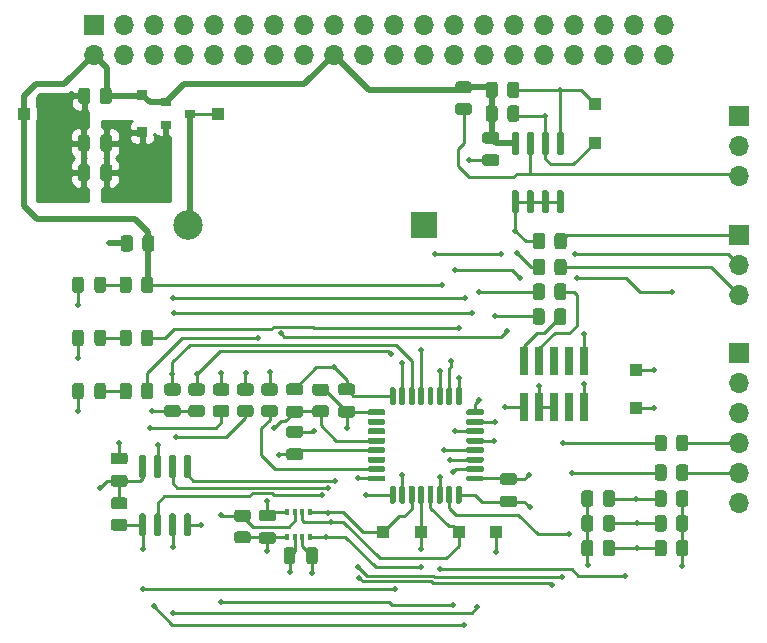
<source format=gtl>
G04 #@! TF.GenerationSoftware,KiCad,Pcbnew,(5.1.8)-1*
G04 #@! TF.CreationDate,2020-12-29T20:44:17-05:00*
G04 #@! TF.ProjectId,rpi_sensor_hat,7270695f-7365-46e7-936f-725f6861742e,rev?*
G04 #@! TF.SameCoordinates,Original*
G04 #@! TF.FileFunction,Copper,L1,Top*
G04 #@! TF.FilePolarity,Positive*
%FSLAX46Y46*%
G04 Gerber Fmt 4.6, Leading zero omitted, Abs format (unit mm)*
G04 Created by KiCad (PCBNEW (5.1.8)-1) date 2020-12-29 20:44:17*
%MOMM*%
%LPD*%
G01*
G04 APERTURE LIST*
G04 #@! TA.AperFunction,ComponentPad*
%ADD10O,1.700000X1.700000*%
G04 #@! TD*
G04 #@! TA.AperFunction,ComponentPad*
%ADD11R,1.700000X1.700000*%
G04 #@! TD*
G04 #@! TA.AperFunction,SMDPad,CuDef*
%ADD12R,1.000000X1.000000*%
G04 #@! TD*
G04 #@! TA.AperFunction,SMDPad,CuDef*
%ADD13R,0.740000X2.400000*%
G04 #@! TD*
G04 #@! TA.AperFunction,SMDPad,CuDef*
%ADD14R,0.900000X0.800000*%
G04 #@! TD*
G04 #@! TA.AperFunction,SMDPad,CuDef*
%ADD15R,0.950000X0.900000*%
G04 #@! TD*
G04 #@! TA.AperFunction,SMDPad,CuDef*
%ADD16R,0.350000X0.500000*%
G04 #@! TD*
G04 #@! TA.AperFunction,ComponentPad*
%ADD17C,2.500000*%
G04 #@! TD*
G04 #@! TA.AperFunction,ComponentPad*
%ADD18R,2.170000X2.170000*%
G04 #@! TD*
G04 #@! TA.AperFunction,ViaPad*
%ADD19C,0.500000*%
G04 #@! TD*
G04 #@! TA.AperFunction,Conductor*
%ADD20C,0.500000*%
G04 #@! TD*
G04 #@! TA.AperFunction,Conductor*
%ADD21C,0.250000*%
G04 #@! TD*
G04 #@! TA.AperFunction,Conductor*
%ADD22C,0.254000*%
G04 #@! TD*
G04 #@! TA.AperFunction,Conductor*
%ADD23C,0.150000*%
G04 #@! TD*
G04 APERTURE END LIST*
G04 #@! TA.AperFunction,SMDPad,CuDef*
G36*
G01*
X61700000Y-70549999D02*
X61700000Y-71450001D01*
G75*
G02*
X61450001Y-71700000I-249999J0D01*
G01*
X60924999Y-71700000D01*
G75*
G02*
X60675000Y-71450001I0J249999D01*
G01*
X60675000Y-70549999D01*
G75*
G02*
X60924999Y-70300000I249999J0D01*
G01*
X61450001Y-70300000D01*
G75*
G02*
X61700000Y-70549999I0J-249999D01*
G01*
G37*
G04 #@! TD.AperFunction*
G04 #@! TA.AperFunction,SMDPad,CuDef*
G36*
G01*
X63525000Y-70549999D02*
X63525000Y-71450001D01*
G75*
G02*
X63275001Y-71700000I-249999J0D01*
G01*
X62749999Y-71700000D01*
G75*
G02*
X62500000Y-71450001I0J249999D01*
G01*
X62500000Y-70549999D01*
G75*
G02*
X62749999Y-70300000I249999J0D01*
G01*
X63275001Y-70300000D01*
G75*
G02*
X63525000Y-70549999I0J-249999D01*
G01*
G37*
G04 #@! TD.AperFunction*
D10*
X81233600Y-52482000D03*
X104093600Y-55022000D03*
X99013600Y-55022000D03*
X63453600Y-55022000D03*
X76153600Y-52482000D03*
X78693600Y-52482000D03*
X60913600Y-55022000D03*
X76153600Y-55022000D03*
X86313600Y-55022000D03*
X83773600Y-52482000D03*
X96473600Y-55022000D03*
X101553600Y-52482000D03*
X65993600Y-55022000D03*
X106633600Y-52482000D03*
X73613600Y-55022000D03*
X65993600Y-52482000D03*
X63453600Y-52482000D03*
X71073600Y-55022000D03*
X96473600Y-52482000D03*
X60913600Y-52482000D03*
X81233600Y-55022000D03*
X91393600Y-52482000D03*
X78693600Y-55022000D03*
X88853600Y-55022000D03*
X93933600Y-55022000D03*
X68533600Y-55022000D03*
X101553600Y-55022000D03*
X68533600Y-52482000D03*
X73613600Y-52482000D03*
X99013600Y-52482000D03*
X93933600Y-52482000D03*
X104093600Y-52482000D03*
X91393600Y-55022000D03*
X58373600Y-55022000D03*
X88853600Y-52482000D03*
X86313600Y-52482000D03*
X106633600Y-55022000D03*
X83773600Y-55022000D03*
D11*
X58373600Y-52482000D03*
D10*
X71073600Y-52482000D03*
G04 #@! TA.AperFunction,SMDPad,CuDef*
G36*
G01*
X72824999Y-84675000D02*
X73725001Y-84675000D01*
G75*
G02*
X73975000Y-84924999I0J-249999D01*
G01*
X73975000Y-85450001D01*
G75*
G02*
X73725001Y-85700000I-249999J0D01*
G01*
X72824999Y-85700000D01*
G75*
G02*
X72575000Y-85450001I0J249999D01*
G01*
X72575000Y-84924999D01*
G75*
G02*
X72824999Y-84675000I249999J0D01*
G01*
G37*
G04 #@! TD.AperFunction*
G04 #@! TA.AperFunction,SMDPad,CuDef*
G36*
G01*
X72824999Y-82850000D02*
X73725001Y-82850000D01*
G75*
G02*
X73975000Y-83099999I0J-249999D01*
G01*
X73975000Y-83625001D01*
G75*
G02*
X73725001Y-83875000I-249999J0D01*
G01*
X72824999Y-83875000D01*
G75*
G02*
X72575000Y-83625001I0J249999D01*
G01*
X72575000Y-83099999D01*
G75*
G02*
X72824999Y-82850000I249999J0D01*
G01*
G37*
G04 #@! TD.AperFunction*
D12*
X68900000Y-60000000D03*
G04 #@! TA.AperFunction,SMDPad,CuDef*
G36*
G01*
X61600000Y-83049999D02*
X61600000Y-83950001D01*
G75*
G02*
X61350001Y-84200000I-249999J0D01*
G01*
X60824999Y-84200000D01*
G75*
G02*
X60575000Y-83950001I0J249999D01*
G01*
X60575000Y-83049999D01*
G75*
G02*
X60824999Y-82800000I249999J0D01*
G01*
X61350001Y-82800000D01*
G75*
G02*
X61600000Y-83049999I0J-249999D01*
G01*
G37*
G04 #@! TD.AperFunction*
G04 #@! TA.AperFunction,SMDPad,CuDef*
G36*
G01*
X63425000Y-83049999D02*
X63425000Y-83950001D01*
G75*
G02*
X63175001Y-84200000I-249999J0D01*
G01*
X62649999Y-84200000D01*
G75*
G02*
X62400000Y-83950001I0J249999D01*
G01*
X62400000Y-83049999D01*
G75*
G02*
X62649999Y-82800000I249999J0D01*
G01*
X63175001Y-82800000D01*
G75*
G02*
X63425000Y-83049999I0J-249999D01*
G01*
G37*
G04 #@! TD.AperFunction*
G04 #@! TA.AperFunction,SMDPad,CuDef*
G36*
G01*
X61600000Y-78549999D02*
X61600000Y-79450001D01*
G75*
G02*
X61350001Y-79700000I-249999J0D01*
G01*
X60824999Y-79700000D01*
G75*
G02*
X60575000Y-79450001I0J249999D01*
G01*
X60575000Y-78549999D01*
G75*
G02*
X60824999Y-78300000I249999J0D01*
G01*
X61350001Y-78300000D01*
G75*
G02*
X61600000Y-78549999I0J-249999D01*
G01*
G37*
G04 #@! TD.AperFunction*
G04 #@! TA.AperFunction,SMDPad,CuDef*
G36*
G01*
X63425000Y-78549999D02*
X63425000Y-79450001D01*
G75*
G02*
X63175001Y-79700000I-249999J0D01*
G01*
X62649999Y-79700000D01*
G75*
G02*
X62400000Y-79450001I0J249999D01*
G01*
X62400000Y-78549999D01*
G75*
G02*
X62649999Y-78300000I249999J0D01*
G01*
X63175001Y-78300000D01*
G75*
G02*
X63425000Y-78549999I0J-249999D01*
G01*
G37*
G04 #@! TD.AperFunction*
G04 #@! TA.AperFunction,SMDPad,CuDef*
G36*
G01*
X77149999Y-84700000D02*
X78050001Y-84700000D01*
G75*
G02*
X78300000Y-84949999I0J-249999D01*
G01*
X78300000Y-85475001D01*
G75*
G02*
X78050001Y-85725000I-249999J0D01*
G01*
X77149999Y-85725000D01*
G75*
G02*
X76900000Y-85475001I0J249999D01*
G01*
X76900000Y-84949999D01*
G75*
G02*
X77149999Y-84700000I249999J0D01*
G01*
G37*
G04 #@! TD.AperFunction*
G04 #@! TA.AperFunction,SMDPad,CuDef*
G36*
G01*
X77149999Y-82875000D02*
X78050001Y-82875000D01*
G75*
G02*
X78300000Y-83124999I0J-249999D01*
G01*
X78300000Y-83650001D01*
G75*
G02*
X78050001Y-83900000I-249999J0D01*
G01*
X77149999Y-83900000D01*
G75*
G02*
X76900000Y-83650001I0J249999D01*
G01*
X76900000Y-83124999D01*
G75*
G02*
X77149999Y-82875000I249999J0D01*
G01*
G37*
G04 #@! TD.AperFunction*
G04 #@! TA.AperFunction,SMDPad,CuDef*
G36*
G01*
X100700000Y-96349999D02*
X100700000Y-97250001D01*
G75*
G02*
X100450001Y-97500000I-249999J0D01*
G01*
X99924999Y-97500000D01*
G75*
G02*
X99675000Y-97250001I0J249999D01*
G01*
X99675000Y-96349999D01*
G75*
G02*
X99924999Y-96100000I249999J0D01*
G01*
X100450001Y-96100000D01*
G75*
G02*
X100700000Y-96349999I0J-249999D01*
G01*
G37*
G04 #@! TD.AperFunction*
G04 #@! TA.AperFunction,SMDPad,CuDef*
G36*
G01*
X102525000Y-96349999D02*
X102525000Y-97250001D01*
G75*
G02*
X102275001Y-97500000I-249999J0D01*
G01*
X101749999Y-97500000D01*
G75*
G02*
X101500000Y-97250001I0J249999D01*
G01*
X101500000Y-96349999D01*
G75*
G02*
X101749999Y-96100000I249999J0D01*
G01*
X102275001Y-96100000D01*
G75*
G02*
X102525000Y-96349999I0J-249999D01*
G01*
G37*
G04 #@! TD.AperFunction*
G04 #@! TA.AperFunction,SMDPad,CuDef*
G36*
G01*
X106900000Y-96349999D02*
X106900000Y-97250001D01*
G75*
G02*
X106650001Y-97500000I-249999J0D01*
G01*
X106124999Y-97500000D01*
G75*
G02*
X105875000Y-97250001I0J249999D01*
G01*
X105875000Y-96349999D01*
G75*
G02*
X106124999Y-96100000I249999J0D01*
G01*
X106650001Y-96100000D01*
G75*
G02*
X106900000Y-96349999I0J-249999D01*
G01*
G37*
G04 #@! TD.AperFunction*
G04 #@! TA.AperFunction,SMDPad,CuDef*
G36*
G01*
X108725000Y-96349999D02*
X108725000Y-97250001D01*
G75*
G02*
X108475001Y-97500000I-249999J0D01*
G01*
X107949999Y-97500000D01*
G75*
G02*
X107700000Y-97250001I0J249999D01*
G01*
X107700000Y-96349999D01*
G75*
G02*
X107949999Y-96100000I249999J0D01*
G01*
X108475001Y-96100000D01*
G75*
G02*
X108725000Y-96349999I0J-249999D01*
G01*
G37*
G04 #@! TD.AperFunction*
G04 #@! TA.AperFunction,SMDPad,CuDef*
G36*
G01*
X97390000Y-75540001D02*
X97390000Y-74639999D01*
G75*
G02*
X97639999Y-74390000I249999J0D01*
G01*
X98165001Y-74390000D01*
G75*
G02*
X98415000Y-74639999I0J-249999D01*
G01*
X98415000Y-75540001D01*
G75*
G02*
X98165001Y-75790000I-249999J0D01*
G01*
X97639999Y-75790000D01*
G75*
G02*
X97390000Y-75540001I0J249999D01*
G01*
G37*
G04 #@! TD.AperFunction*
G04 #@! TA.AperFunction,SMDPad,CuDef*
G36*
G01*
X95565000Y-75540001D02*
X95565000Y-74639999D01*
G75*
G02*
X95814999Y-74390000I249999J0D01*
G01*
X96340001Y-74390000D01*
G75*
G02*
X96590000Y-74639999I0J-249999D01*
G01*
X96590000Y-75540001D01*
G75*
G02*
X96340001Y-75790000I-249999J0D01*
G01*
X95814999Y-75790000D01*
G75*
G02*
X95565000Y-75540001I0J249999D01*
G01*
G37*
G04 #@! TD.AperFunction*
G04 #@! TA.AperFunction,SMDPad,CuDef*
G36*
G01*
X97380000Y-77650001D02*
X97380000Y-76749999D01*
G75*
G02*
X97629999Y-76500000I249999J0D01*
G01*
X98155001Y-76500000D01*
G75*
G02*
X98405000Y-76749999I0J-249999D01*
G01*
X98405000Y-77650001D01*
G75*
G02*
X98155001Y-77900000I-249999J0D01*
G01*
X97629999Y-77900000D01*
G75*
G02*
X97380000Y-77650001I0J249999D01*
G01*
G37*
G04 #@! TD.AperFunction*
G04 #@! TA.AperFunction,SMDPad,CuDef*
G36*
G01*
X95555000Y-77650001D02*
X95555000Y-76749999D01*
G75*
G02*
X95804999Y-76500000I249999J0D01*
G01*
X96330001Y-76500000D01*
G75*
G02*
X96580000Y-76749999I0J-249999D01*
G01*
X96580000Y-77650001D01*
G75*
G02*
X96330001Y-77900000I-249999J0D01*
G01*
X95804999Y-77900000D01*
G75*
G02*
X95555000Y-77650001I0J249999D01*
G01*
G37*
G04 #@! TD.AperFunction*
G04 #@! TA.AperFunction,SMDPad,CuDef*
G36*
G01*
X100700000Y-94249999D02*
X100700000Y-95150001D01*
G75*
G02*
X100450001Y-95400000I-249999J0D01*
G01*
X99924999Y-95400000D01*
G75*
G02*
X99675000Y-95150001I0J249999D01*
G01*
X99675000Y-94249999D01*
G75*
G02*
X99924999Y-94000000I249999J0D01*
G01*
X100450001Y-94000000D01*
G75*
G02*
X100700000Y-94249999I0J-249999D01*
G01*
G37*
G04 #@! TD.AperFunction*
G04 #@! TA.AperFunction,SMDPad,CuDef*
G36*
G01*
X102525000Y-94249999D02*
X102525000Y-95150001D01*
G75*
G02*
X102275001Y-95400000I-249999J0D01*
G01*
X101749999Y-95400000D01*
G75*
G02*
X101500000Y-95150001I0J249999D01*
G01*
X101500000Y-94249999D01*
G75*
G02*
X101749999Y-94000000I249999J0D01*
G01*
X102275001Y-94000000D01*
G75*
G02*
X102525000Y-94249999I0J-249999D01*
G01*
G37*
G04 #@! TD.AperFunction*
G04 #@! TA.AperFunction,SMDPad,CuDef*
G36*
G01*
X106900000Y-94249999D02*
X106900000Y-95150001D01*
G75*
G02*
X106650001Y-95400000I-249999J0D01*
G01*
X106124999Y-95400000D01*
G75*
G02*
X105875000Y-95150001I0J249999D01*
G01*
X105875000Y-94249999D01*
G75*
G02*
X106124999Y-94000000I249999J0D01*
G01*
X106650001Y-94000000D01*
G75*
G02*
X106900000Y-94249999I0J-249999D01*
G01*
G37*
G04 #@! TD.AperFunction*
G04 #@! TA.AperFunction,SMDPad,CuDef*
G36*
G01*
X108725000Y-94249999D02*
X108725000Y-95150001D01*
G75*
G02*
X108475001Y-95400000I-249999J0D01*
G01*
X107949999Y-95400000D01*
G75*
G02*
X107700000Y-95150001I0J249999D01*
G01*
X107700000Y-94249999D01*
G75*
G02*
X107949999Y-94000000I249999J0D01*
G01*
X108475001Y-94000000D01*
G75*
G02*
X108725000Y-94249999I0J-249999D01*
G01*
G37*
G04 #@! TD.AperFunction*
G04 #@! TA.AperFunction,SMDPad,CuDef*
G36*
G01*
X96600000Y-70349999D02*
X96600000Y-71250001D01*
G75*
G02*
X96350001Y-71500000I-249999J0D01*
G01*
X95824999Y-71500000D01*
G75*
G02*
X95575000Y-71250001I0J249999D01*
G01*
X95575000Y-70349999D01*
G75*
G02*
X95824999Y-70100000I249999J0D01*
G01*
X96350001Y-70100000D01*
G75*
G02*
X96600000Y-70349999I0J-249999D01*
G01*
G37*
G04 #@! TD.AperFunction*
G04 #@! TA.AperFunction,SMDPad,CuDef*
G36*
G01*
X98425000Y-70349999D02*
X98425000Y-71250001D01*
G75*
G02*
X98175001Y-71500000I-249999J0D01*
G01*
X97649999Y-71500000D01*
G75*
G02*
X97400000Y-71250001I0J249999D01*
G01*
X97400000Y-70349999D01*
G75*
G02*
X97649999Y-70100000I249999J0D01*
G01*
X98175001Y-70100000D01*
G75*
G02*
X98425000Y-70349999I0J-249999D01*
G01*
G37*
G04 #@! TD.AperFunction*
G04 #@! TA.AperFunction,SMDPad,CuDef*
G36*
G01*
X97400000Y-73450001D02*
X97400000Y-72549999D01*
G75*
G02*
X97649999Y-72300000I249999J0D01*
G01*
X98175001Y-72300000D01*
G75*
G02*
X98425000Y-72549999I0J-249999D01*
G01*
X98425000Y-73450001D01*
G75*
G02*
X98175001Y-73700000I-249999J0D01*
G01*
X97649999Y-73700000D01*
G75*
G02*
X97400000Y-73450001I0J249999D01*
G01*
G37*
G04 #@! TD.AperFunction*
G04 #@! TA.AperFunction,SMDPad,CuDef*
G36*
G01*
X95575000Y-73450001D02*
X95575000Y-72549999D01*
G75*
G02*
X95824999Y-72300000I249999J0D01*
G01*
X96350001Y-72300000D01*
G75*
G02*
X96600000Y-72549999I0J-249999D01*
G01*
X96600000Y-73450001D01*
G75*
G02*
X96350001Y-73700000I-249999J0D01*
G01*
X95824999Y-73700000D01*
G75*
G02*
X95575000Y-73450001I0J249999D01*
G01*
G37*
G04 #@! TD.AperFunction*
G04 #@! TA.AperFunction,SMDPad,CuDef*
G36*
G01*
X100700000Y-92149999D02*
X100700000Y-93050001D01*
G75*
G02*
X100450001Y-93300000I-249999J0D01*
G01*
X99924999Y-93300000D01*
G75*
G02*
X99675000Y-93050001I0J249999D01*
G01*
X99675000Y-92149999D01*
G75*
G02*
X99924999Y-91900000I249999J0D01*
G01*
X100450001Y-91900000D01*
G75*
G02*
X100700000Y-92149999I0J-249999D01*
G01*
G37*
G04 #@! TD.AperFunction*
G04 #@! TA.AperFunction,SMDPad,CuDef*
G36*
G01*
X102525000Y-92149999D02*
X102525000Y-93050001D01*
G75*
G02*
X102275001Y-93300000I-249999J0D01*
G01*
X101749999Y-93300000D01*
G75*
G02*
X101500000Y-93050001I0J249999D01*
G01*
X101500000Y-92149999D01*
G75*
G02*
X101749999Y-91900000I249999J0D01*
G01*
X102275001Y-91900000D01*
G75*
G02*
X102525000Y-92149999I0J-249999D01*
G01*
G37*
G04 #@! TD.AperFunction*
G04 #@! TA.AperFunction,SMDPad,CuDef*
G36*
G01*
X106900000Y-92149999D02*
X106900000Y-93050001D01*
G75*
G02*
X106650001Y-93300000I-249999J0D01*
G01*
X106124999Y-93300000D01*
G75*
G02*
X105875000Y-93050001I0J249999D01*
G01*
X105875000Y-92149999D01*
G75*
G02*
X106124999Y-91900000I249999J0D01*
G01*
X106650001Y-91900000D01*
G75*
G02*
X106900000Y-92149999I0J-249999D01*
G01*
G37*
G04 #@! TD.AperFunction*
G04 #@! TA.AperFunction,SMDPad,CuDef*
G36*
G01*
X108725000Y-92149999D02*
X108725000Y-93050001D01*
G75*
G02*
X108475001Y-93300000I-249999J0D01*
G01*
X107949999Y-93300000D01*
G75*
G02*
X107700000Y-93050001I0J249999D01*
G01*
X107700000Y-92149999D01*
G75*
G02*
X107949999Y-91900000I249999J0D01*
G01*
X108475001Y-91900000D01*
G75*
G02*
X108725000Y-92149999I0J-249999D01*
G01*
G37*
G04 #@! TD.AperFunction*
G04 #@! TA.AperFunction,SMDPad,CuDef*
G36*
G01*
X60089999Y-94320000D02*
X60990001Y-94320000D01*
G75*
G02*
X61240000Y-94569999I0J-249999D01*
G01*
X61240000Y-95095001D01*
G75*
G02*
X60990001Y-95345000I-249999J0D01*
G01*
X60089999Y-95345000D01*
G75*
G02*
X59840000Y-95095001I0J249999D01*
G01*
X59840000Y-94569999D01*
G75*
G02*
X60089999Y-94320000I249999J0D01*
G01*
G37*
G04 #@! TD.AperFunction*
G04 #@! TA.AperFunction,SMDPad,CuDef*
G36*
G01*
X60089999Y-92495000D02*
X60990001Y-92495000D01*
G75*
G02*
X61240000Y-92744999I0J-249999D01*
G01*
X61240000Y-93270001D01*
G75*
G02*
X60990001Y-93520000I-249999J0D01*
G01*
X60089999Y-93520000D01*
G75*
G02*
X59840000Y-93270001I0J249999D01*
G01*
X59840000Y-92744999D01*
G75*
G02*
X60089999Y-92495000I249999J0D01*
G01*
G37*
G04 #@! TD.AperFunction*
D13*
X99940000Y-80950000D03*
X99940000Y-84850000D03*
X98670000Y-80950000D03*
X98670000Y-84850000D03*
X97400000Y-80950000D03*
X97400000Y-84850000D03*
X96130000Y-80950000D03*
X96130000Y-84850000D03*
X94860000Y-80950000D03*
X94860000Y-84850000D03*
D10*
X113000000Y-75330000D03*
X113000000Y-72790000D03*
D11*
X113000000Y-70250000D03*
G04 #@! TA.AperFunction,SMDPad,CuDef*
G36*
G01*
X58450000Y-83956250D02*
X58450000Y-83043750D01*
G75*
G02*
X58693750Y-82800000I243750J0D01*
G01*
X59181250Y-82800000D01*
G75*
G02*
X59425000Y-83043750I0J-243750D01*
G01*
X59425000Y-83956250D01*
G75*
G02*
X59181250Y-84200000I-243750J0D01*
G01*
X58693750Y-84200000D01*
G75*
G02*
X58450000Y-83956250I0J243750D01*
G01*
G37*
G04 #@! TD.AperFunction*
G04 #@! TA.AperFunction,SMDPad,CuDef*
G36*
G01*
X56575000Y-83956250D02*
X56575000Y-83043750D01*
G75*
G02*
X56818750Y-82800000I243750J0D01*
G01*
X57306250Y-82800000D01*
G75*
G02*
X57550000Y-83043750I0J-243750D01*
G01*
X57550000Y-83956250D01*
G75*
G02*
X57306250Y-84200000I-243750J0D01*
G01*
X56818750Y-84200000D01*
G75*
G02*
X56575000Y-83956250I0J243750D01*
G01*
G37*
G04 #@! TD.AperFunction*
G04 #@! TA.AperFunction,SMDPad,CuDef*
G36*
G01*
X58450000Y-79456250D02*
X58450000Y-78543750D01*
G75*
G02*
X58693750Y-78300000I243750J0D01*
G01*
X59181250Y-78300000D01*
G75*
G02*
X59425000Y-78543750I0J-243750D01*
G01*
X59425000Y-79456250D01*
G75*
G02*
X59181250Y-79700000I-243750J0D01*
G01*
X58693750Y-79700000D01*
G75*
G02*
X58450000Y-79456250I0J243750D01*
G01*
G37*
G04 #@! TD.AperFunction*
G04 #@! TA.AperFunction,SMDPad,CuDef*
G36*
G01*
X56575000Y-79456250D02*
X56575000Y-78543750D01*
G75*
G02*
X56818750Y-78300000I243750J0D01*
G01*
X57306250Y-78300000D01*
G75*
G02*
X57550000Y-78543750I0J-243750D01*
G01*
X57550000Y-79456250D01*
G75*
G02*
X57306250Y-79700000I-243750J0D01*
G01*
X56818750Y-79700000D01*
G75*
G02*
X56575000Y-79456250I0J243750D01*
G01*
G37*
G04 #@! TD.AperFunction*
G04 #@! TA.AperFunction,SMDPad,CuDef*
G36*
G01*
X75875000Y-83850000D02*
X74925000Y-83850000D01*
G75*
G02*
X74675000Y-83600000I0J250000D01*
G01*
X74675000Y-83100000D01*
G75*
G02*
X74925000Y-82850000I250000J0D01*
G01*
X75875000Y-82850000D01*
G75*
G02*
X76125000Y-83100000I0J-250000D01*
G01*
X76125000Y-83600000D01*
G75*
G02*
X75875000Y-83850000I-250000J0D01*
G01*
G37*
G04 #@! TD.AperFunction*
G04 #@! TA.AperFunction,SMDPad,CuDef*
G36*
G01*
X75875000Y-85750000D02*
X74925000Y-85750000D01*
G75*
G02*
X74675000Y-85500000I0J250000D01*
G01*
X74675000Y-85000000D01*
G75*
G02*
X74925000Y-84750000I250000J0D01*
G01*
X75875000Y-84750000D01*
G75*
G02*
X76125000Y-85000000I0J-250000D01*
G01*
X76125000Y-85500000D01*
G75*
G02*
X75875000Y-85750000I-250000J0D01*
G01*
G37*
G04 #@! TD.AperFunction*
D12*
X86100000Y-95450000D03*
X89300000Y-95450000D03*
X104300000Y-84925000D03*
X82850000Y-95450000D03*
X100800000Y-62500000D03*
X104300000Y-81725000D03*
X92475000Y-95450000D03*
X100800000Y-59200000D03*
X52500000Y-60000000D03*
G04 #@! TA.AperFunction,SMDPad,CuDef*
G36*
G01*
X83450000Y-84550000D02*
X83450000Y-83300000D01*
G75*
G02*
X83575000Y-83175000I125000J0D01*
G01*
X83825000Y-83175000D01*
G75*
G02*
X83950000Y-83300000I0J-125000D01*
G01*
X83950000Y-84550000D01*
G75*
G02*
X83825000Y-84675000I-125000J0D01*
G01*
X83575000Y-84675000D01*
G75*
G02*
X83450000Y-84550000I0J125000D01*
G01*
G37*
G04 #@! TD.AperFunction*
G04 #@! TA.AperFunction,SMDPad,CuDef*
G36*
G01*
X84250000Y-84550000D02*
X84250000Y-83300000D01*
G75*
G02*
X84375000Y-83175000I125000J0D01*
G01*
X84625000Y-83175000D01*
G75*
G02*
X84750000Y-83300000I0J-125000D01*
G01*
X84750000Y-84550000D01*
G75*
G02*
X84625000Y-84675000I-125000J0D01*
G01*
X84375000Y-84675000D01*
G75*
G02*
X84250000Y-84550000I0J125000D01*
G01*
G37*
G04 #@! TD.AperFunction*
G04 #@! TA.AperFunction,SMDPad,CuDef*
G36*
G01*
X85050000Y-84550000D02*
X85050000Y-83300000D01*
G75*
G02*
X85175000Y-83175000I125000J0D01*
G01*
X85425000Y-83175000D01*
G75*
G02*
X85550000Y-83300000I0J-125000D01*
G01*
X85550000Y-84550000D01*
G75*
G02*
X85425000Y-84675000I-125000J0D01*
G01*
X85175000Y-84675000D01*
G75*
G02*
X85050000Y-84550000I0J125000D01*
G01*
G37*
G04 #@! TD.AperFunction*
G04 #@! TA.AperFunction,SMDPad,CuDef*
G36*
G01*
X85850000Y-84550000D02*
X85850000Y-83300000D01*
G75*
G02*
X85975000Y-83175000I125000J0D01*
G01*
X86225000Y-83175000D01*
G75*
G02*
X86350000Y-83300000I0J-125000D01*
G01*
X86350000Y-84550000D01*
G75*
G02*
X86225000Y-84675000I-125000J0D01*
G01*
X85975000Y-84675000D01*
G75*
G02*
X85850000Y-84550000I0J125000D01*
G01*
G37*
G04 #@! TD.AperFunction*
G04 #@! TA.AperFunction,SMDPad,CuDef*
G36*
G01*
X86650000Y-84550000D02*
X86650000Y-83300000D01*
G75*
G02*
X86775000Y-83175000I125000J0D01*
G01*
X87025000Y-83175000D01*
G75*
G02*
X87150000Y-83300000I0J-125000D01*
G01*
X87150000Y-84550000D01*
G75*
G02*
X87025000Y-84675000I-125000J0D01*
G01*
X86775000Y-84675000D01*
G75*
G02*
X86650000Y-84550000I0J125000D01*
G01*
G37*
G04 #@! TD.AperFunction*
G04 #@! TA.AperFunction,SMDPad,CuDef*
G36*
G01*
X87450000Y-84550000D02*
X87450000Y-83300000D01*
G75*
G02*
X87575000Y-83175000I125000J0D01*
G01*
X87825000Y-83175000D01*
G75*
G02*
X87950000Y-83300000I0J-125000D01*
G01*
X87950000Y-84550000D01*
G75*
G02*
X87825000Y-84675000I-125000J0D01*
G01*
X87575000Y-84675000D01*
G75*
G02*
X87450000Y-84550000I0J125000D01*
G01*
G37*
G04 #@! TD.AperFunction*
G04 #@! TA.AperFunction,SMDPad,CuDef*
G36*
G01*
X88250000Y-84550000D02*
X88250000Y-83300000D01*
G75*
G02*
X88375000Y-83175000I125000J0D01*
G01*
X88625000Y-83175000D01*
G75*
G02*
X88750000Y-83300000I0J-125000D01*
G01*
X88750000Y-84550000D01*
G75*
G02*
X88625000Y-84675000I-125000J0D01*
G01*
X88375000Y-84675000D01*
G75*
G02*
X88250000Y-84550000I0J125000D01*
G01*
G37*
G04 #@! TD.AperFunction*
G04 #@! TA.AperFunction,SMDPad,CuDef*
G36*
G01*
X89050000Y-84550000D02*
X89050000Y-83300000D01*
G75*
G02*
X89175000Y-83175000I125000J0D01*
G01*
X89425000Y-83175000D01*
G75*
G02*
X89550000Y-83300000I0J-125000D01*
G01*
X89550000Y-84550000D01*
G75*
G02*
X89425000Y-84675000I-125000J0D01*
G01*
X89175000Y-84675000D01*
G75*
G02*
X89050000Y-84550000I0J125000D01*
G01*
G37*
G04 #@! TD.AperFunction*
G04 #@! TA.AperFunction,SMDPad,CuDef*
G36*
G01*
X89925000Y-85425000D02*
X89925000Y-85175000D01*
G75*
G02*
X90050000Y-85050000I125000J0D01*
G01*
X91300000Y-85050000D01*
G75*
G02*
X91425000Y-85175000I0J-125000D01*
G01*
X91425000Y-85425000D01*
G75*
G02*
X91300000Y-85550000I-125000J0D01*
G01*
X90050000Y-85550000D01*
G75*
G02*
X89925000Y-85425000I0J125000D01*
G01*
G37*
G04 #@! TD.AperFunction*
G04 #@! TA.AperFunction,SMDPad,CuDef*
G36*
G01*
X89925000Y-86225000D02*
X89925000Y-85975000D01*
G75*
G02*
X90050000Y-85850000I125000J0D01*
G01*
X91300000Y-85850000D01*
G75*
G02*
X91425000Y-85975000I0J-125000D01*
G01*
X91425000Y-86225000D01*
G75*
G02*
X91300000Y-86350000I-125000J0D01*
G01*
X90050000Y-86350000D01*
G75*
G02*
X89925000Y-86225000I0J125000D01*
G01*
G37*
G04 #@! TD.AperFunction*
G04 #@! TA.AperFunction,SMDPad,CuDef*
G36*
G01*
X89925000Y-87025000D02*
X89925000Y-86775000D01*
G75*
G02*
X90050000Y-86650000I125000J0D01*
G01*
X91300000Y-86650000D01*
G75*
G02*
X91425000Y-86775000I0J-125000D01*
G01*
X91425000Y-87025000D01*
G75*
G02*
X91300000Y-87150000I-125000J0D01*
G01*
X90050000Y-87150000D01*
G75*
G02*
X89925000Y-87025000I0J125000D01*
G01*
G37*
G04 #@! TD.AperFunction*
G04 #@! TA.AperFunction,SMDPad,CuDef*
G36*
G01*
X89925000Y-87825000D02*
X89925000Y-87575000D01*
G75*
G02*
X90050000Y-87450000I125000J0D01*
G01*
X91300000Y-87450000D01*
G75*
G02*
X91425000Y-87575000I0J-125000D01*
G01*
X91425000Y-87825000D01*
G75*
G02*
X91300000Y-87950000I-125000J0D01*
G01*
X90050000Y-87950000D01*
G75*
G02*
X89925000Y-87825000I0J125000D01*
G01*
G37*
G04 #@! TD.AperFunction*
G04 #@! TA.AperFunction,SMDPad,CuDef*
G36*
G01*
X89925000Y-88625000D02*
X89925000Y-88375000D01*
G75*
G02*
X90050000Y-88250000I125000J0D01*
G01*
X91300000Y-88250000D01*
G75*
G02*
X91425000Y-88375000I0J-125000D01*
G01*
X91425000Y-88625000D01*
G75*
G02*
X91300000Y-88750000I-125000J0D01*
G01*
X90050000Y-88750000D01*
G75*
G02*
X89925000Y-88625000I0J125000D01*
G01*
G37*
G04 #@! TD.AperFunction*
G04 #@! TA.AperFunction,SMDPad,CuDef*
G36*
G01*
X89925000Y-89425000D02*
X89925000Y-89175000D01*
G75*
G02*
X90050000Y-89050000I125000J0D01*
G01*
X91300000Y-89050000D01*
G75*
G02*
X91425000Y-89175000I0J-125000D01*
G01*
X91425000Y-89425000D01*
G75*
G02*
X91300000Y-89550000I-125000J0D01*
G01*
X90050000Y-89550000D01*
G75*
G02*
X89925000Y-89425000I0J125000D01*
G01*
G37*
G04 #@! TD.AperFunction*
G04 #@! TA.AperFunction,SMDPad,CuDef*
G36*
G01*
X89925000Y-90225000D02*
X89925000Y-89975000D01*
G75*
G02*
X90050000Y-89850000I125000J0D01*
G01*
X91300000Y-89850000D01*
G75*
G02*
X91425000Y-89975000I0J-125000D01*
G01*
X91425000Y-90225000D01*
G75*
G02*
X91300000Y-90350000I-125000J0D01*
G01*
X90050000Y-90350000D01*
G75*
G02*
X89925000Y-90225000I0J125000D01*
G01*
G37*
G04 #@! TD.AperFunction*
G04 #@! TA.AperFunction,SMDPad,CuDef*
G36*
G01*
X89925000Y-91025000D02*
X89925000Y-90775000D01*
G75*
G02*
X90050000Y-90650000I125000J0D01*
G01*
X91300000Y-90650000D01*
G75*
G02*
X91425000Y-90775000I0J-125000D01*
G01*
X91425000Y-91025000D01*
G75*
G02*
X91300000Y-91150000I-125000J0D01*
G01*
X90050000Y-91150000D01*
G75*
G02*
X89925000Y-91025000I0J125000D01*
G01*
G37*
G04 #@! TD.AperFunction*
G04 #@! TA.AperFunction,SMDPad,CuDef*
G36*
G01*
X89050000Y-92900000D02*
X89050000Y-91650000D01*
G75*
G02*
X89175000Y-91525000I125000J0D01*
G01*
X89425000Y-91525000D01*
G75*
G02*
X89550000Y-91650000I0J-125000D01*
G01*
X89550000Y-92900000D01*
G75*
G02*
X89425000Y-93025000I-125000J0D01*
G01*
X89175000Y-93025000D01*
G75*
G02*
X89050000Y-92900000I0J125000D01*
G01*
G37*
G04 #@! TD.AperFunction*
G04 #@! TA.AperFunction,SMDPad,CuDef*
G36*
G01*
X88250000Y-92900000D02*
X88250000Y-91650000D01*
G75*
G02*
X88375000Y-91525000I125000J0D01*
G01*
X88625000Y-91525000D01*
G75*
G02*
X88750000Y-91650000I0J-125000D01*
G01*
X88750000Y-92900000D01*
G75*
G02*
X88625000Y-93025000I-125000J0D01*
G01*
X88375000Y-93025000D01*
G75*
G02*
X88250000Y-92900000I0J125000D01*
G01*
G37*
G04 #@! TD.AperFunction*
G04 #@! TA.AperFunction,SMDPad,CuDef*
G36*
G01*
X87450000Y-92900000D02*
X87450000Y-91650000D01*
G75*
G02*
X87575000Y-91525000I125000J0D01*
G01*
X87825000Y-91525000D01*
G75*
G02*
X87950000Y-91650000I0J-125000D01*
G01*
X87950000Y-92900000D01*
G75*
G02*
X87825000Y-93025000I-125000J0D01*
G01*
X87575000Y-93025000D01*
G75*
G02*
X87450000Y-92900000I0J125000D01*
G01*
G37*
G04 #@! TD.AperFunction*
G04 #@! TA.AperFunction,SMDPad,CuDef*
G36*
G01*
X86650000Y-92900000D02*
X86650000Y-91650000D01*
G75*
G02*
X86775000Y-91525000I125000J0D01*
G01*
X87025000Y-91525000D01*
G75*
G02*
X87150000Y-91650000I0J-125000D01*
G01*
X87150000Y-92900000D01*
G75*
G02*
X87025000Y-93025000I-125000J0D01*
G01*
X86775000Y-93025000D01*
G75*
G02*
X86650000Y-92900000I0J125000D01*
G01*
G37*
G04 #@! TD.AperFunction*
G04 #@! TA.AperFunction,SMDPad,CuDef*
G36*
G01*
X85850000Y-92900000D02*
X85850000Y-91650000D01*
G75*
G02*
X85975000Y-91525000I125000J0D01*
G01*
X86225000Y-91525000D01*
G75*
G02*
X86350000Y-91650000I0J-125000D01*
G01*
X86350000Y-92900000D01*
G75*
G02*
X86225000Y-93025000I-125000J0D01*
G01*
X85975000Y-93025000D01*
G75*
G02*
X85850000Y-92900000I0J125000D01*
G01*
G37*
G04 #@! TD.AperFunction*
G04 #@! TA.AperFunction,SMDPad,CuDef*
G36*
G01*
X85050000Y-92900000D02*
X85050000Y-91650000D01*
G75*
G02*
X85175000Y-91525000I125000J0D01*
G01*
X85425000Y-91525000D01*
G75*
G02*
X85550000Y-91650000I0J-125000D01*
G01*
X85550000Y-92900000D01*
G75*
G02*
X85425000Y-93025000I-125000J0D01*
G01*
X85175000Y-93025000D01*
G75*
G02*
X85050000Y-92900000I0J125000D01*
G01*
G37*
G04 #@! TD.AperFunction*
G04 #@! TA.AperFunction,SMDPad,CuDef*
G36*
G01*
X84250000Y-92900000D02*
X84250000Y-91650000D01*
G75*
G02*
X84375000Y-91525000I125000J0D01*
G01*
X84625000Y-91525000D01*
G75*
G02*
X84750000Y-91650000I0J-125000D01*
G01*
X84750000Y-92900000D01*
G75*
G02*
X84625000Y-93025000I-125000J0D01*
G01*
X84375000Y-93025000D01*
G75*
G02*
X84250000Y-92900000I0J125000D01*
G01*
G37*
G04 #@! TD.AperFunction*
G04 #@! TA.AperFunction,SMDPad,CuDef*
G36*
G01*
X83450000Y-92900000D02*
X83450000Y-91650000D01*
G75*
G02*
X83575000Y-91525000I125000J0D01*
G01*
X83825000Y-91525000D01*
G75*
G02*
X83950000Y-91650000I0J-125000D01*
G01*
X83950000Y-92900000D01*
G75*
G02*
X83825000Y-93025000I-125000J0D01*
G01*
X83575000Y-93025000D01*
G75*
G02*
X83450000Y-92900000I0J125000D01*
G01*
G37*
G04 #@! TD.AperFunction*
G04 #@! TA.AperFunction,SMDPad,CuDef*
G36*
G01*
X81575000Y-91025000D02*
X81575000Y-90775000D01*
G75*
G02*
X81700000Y-90650000I125000J0D01*
G01*
X82950000Y-90650000D01*
G75*
G02*
X83075000Y-90775000I0J-125000D01*
G01*
X83075000Y-91025000D01*
G75*
G02*
X82950000Y-91150000I-125000J0D01*
G01*
X81700000Y-91150000D01*
G75*
G02*
X81575000Y-91025000I0J125000D01*
G01*
G37*
G04 #@! TD.AperFunction*
G04 #@! TA.AperFunction,SMDPad,CuDef*
G36*
G01*
X81575000Y-90225000D02*
X81575000Y-89975000D01*
G75*
G02*
X81700000Y-89850000I125000J0D01*
G01*
X82950000Y-89850000D01*
G75*
G02*
X83075000Y-89975000I0J-125000D01*
G01*
X83075000Y-90225000D01*
G75*
G02*
X82950000Y-90350000I-125000J0D01*
G01*
X81700000Y-90350000D01*
G75*
G02*
X81575000Y-90225000I0J125000D01*
G01*
G37*
G04 #@! TD.AperFunction*
G04 #@! TA.AperFunction,SMDPad,CuDef*
G36*
G01*
X81575000Y-89425000D02*
X81575000Y-89175000D01*
G75*
G02*
X81700000Y-89050000I125000J0D01*
G01*
X82950000Y-89050000D01*
G75*
G02*
X83075000Y-89175000I0J-125000D01*
G01*
X83075000Y-89425000D01*
G75*
G02*
X82950000Y-89550000I-125000J0D01*
G01*
X81700000Y-89550000D01*
G75*
G02*
X81575000Y-89425000I0J125000D01*
G01*
G37*
G04 #@! TD.AperFunction*
G04 #@! TA.AperFunction,SMDPad,CuDef*
G36*
G01*
X81575000Y-88625000D02*
X81575000Y-88375000D01*
G75*
G02*
X81700000Y-88250000I125000J0D01*
G01*
X82950000Y-88250000D01*
G75*
G02*
X83075000Y-88375000I0J-125000D01*
G01*
X83075000Y-88625000D01*
G75*
G02*
X82950000Y-88750000I-125000J0D01*
G01*
X81700000Y-88750000D01*
G75*
G02*
X81575000Y-88625000I0J125000D01*
G01*
G37*
G04 #@! TD.AperFunction*
G04 #@! TA.AperFunction,SMDPad,CuDef*
G36*
G01*
X81575000Y-87825000D02*
X81575000Y-87575000D01*
G75*
G02*
X81700000Y-87450000I125000J0D01*
G01*
X82950000Y-87450000D01*
G75*
G02*
X83075000Y-87575000I0J-125000D01*
G01*
X83075000Y-87825000D01*
G75*
G02*
X82950000Y-87950000I-125000J0D01*
G01*
X81700000Y-87950000D01*
G75*
G02*
X81575000Y-87825000I0J125000D01*
G01*
G37*
G04 #@! TD.AperFunction*
G04 #@! TA.AperFunction,SMDPad,CuDef*
G36*
G01*
X81575000Y-87025000D02*
X81575000Y-86775000D01*
G75*
G02*
X81700000Y-86650000I125000J0D01*
G01*
X82950000Y-86650000D01*
G75*
G02*
X83075000Y-86775000I0J-125000D01*
G01*
X83075000Y-87025000D01*
G75*
G02*
X82950000Y-87150000I-125000J0D01*
G01*
X81700000Y-87150000D01*
G75*
G02*
X81575000Y-87025000I0J125000D01*
G01*
G37*
G04 #@! TD.AperFunction*
G04 #@! TA.AperFunction,SMDPad,CuDef*
G36*
G01*
X81575000Y-86225000D02*
X81575000Y-85975000D01*
G75*
G02*
X81700000Y-85850000I125000J0D01*
G01*
X82950000Y-85850000D01*
G75*
G02*
X83075000Y-85975000I0J-125000D01*
G01*
X83075000Y-86225000D01*
G75*
G02*
X82950000Y-86350000I-125000J0D01*
G01*
X81700000Y-86350000D01*
G75*
G02*
X81575000Y-86225000I0J125000D01*
G01*
G37*
G04 #@! TD.AperFunction*
G04 #@! TA.AperFunction,SMDPad,CuDef*
G36*
G01*
X81575000Y-85425000D02*
X81575000Y-85175000D01*
G75*
G02*
X81700000Y-85050000I125000J0D01*
G01*
X82950000Y-85050000D01*
G75*
G02*
X83075000Y-85175000I0J-125000D01*
G01*
X83075000Y-85425000D01*
G75*
G02*
X82950000Y-85550000I-125000J0D01*
G01*
X81700000Y-85550000D01*
G75*
G02*
X81575000Y-85425000I0J125000D01*
G01*
G37*
G04 #@! TD.AperFunction*
G04 #@! TA.AperFunction,SMDPad,CuDef*
G36*
G01*
X62675000Y-90860000D02*
X62375000Y-90860000D01*
G75*
G02*
X62225000Y-90710000I0J150000D01*
G01*
X62225000Y-89060000D01*
G75*
G02*
X62375000Y-88910000I150000J0D01*
G01*
X62675000Y-88910000D01*
G75*
G02*
X62825000Y-89060000I0J-150000D01*
G01*
X62825000Y-90710000D01*
G75*
G02*
X62675000Y-90860000I-150000J0D01*
G01*
G37*
G04 #@! TD.AperFunction*
G04 #@! TA.AperFunction,SMDPad,CuDef*
G36*
G01*
X63945000Y-90860000D02*
X63645000Y-90860000D01*
G75*
G02*
X63495000Y-90710000I0J150000D01*
G01*
X63495000Y-89060000D01*
G75*
G02*
X63645000Y-88910000I150000J0D01*
G01*
X63945000Y-88910000D01*
G75*
G02*
X64095000Y-89060000I0J-150000D01*
G01*
X64095000Y-90710000D01*
G75*
G02*
X63945000Y-90860000I-150000J0D01*
G01*
G37*
G04 #@! TD.AperFunction*
G04 #@! TA.AperFunction,SMDPad,CuDef*
G36*
G01*
X65215000Y-90860000D02*
X64915000Y-90860000D01*
G75*
G02*
X64765000Y-90710000I0J150000D01*
G01*
X64765000Y-89060000D01*
G75*
G02*
X64915000Y-88910000I150000J0D01*
G01*
X65215000Y-88910000D01*
G75*
G02*
X65365000Y-89060000I0J-150000D01*
G01*
X65365000Y-90710000D01*
G75*
G02*
X65215000Y-90860000I-150000J0D01*
G01*
G37*
G04 #@! TD.AperFunction*
G04 #@! TA.AperFunction,SMDPad,CuDef*
G36*
G01*
X66485000Y-90860000D02*
X66185000Y-90860000D01*
G75*
G02*
X66035000Y-90710000I0J150000D01*
G01*
X66035000Y-89060000D01*
G75*
G02*
X66185000Y-88910000I150000J0D01*
G01*
X66485000Y-88910000D01*
G75*
G02*
X66635000Y-89060000I0J-150000D01*
G01*
X66635000Y-90710000D01*
G75*
G02*
X66485000Y-90860000I-150000J0D01*
G01*
G37*
G04 #@! TD.AperFunction*
G04 #@! TA.AperFunction,SMDPad,CuDef*
G36*
G01*
X66485000Y-95810000D02*
X66185000Y-95810000D01*
G75*
G02*
X66035000Y-95660000I0J150000D01*
G01*
X66035000Y-94010000D01*
G75*
G02*
X66185000Y-93860000I150000J0D01*
G01*
X66485000Y-93860000D01*
G75*
G02*
X66635000Y-94010000I0J-150000D01*
G01*
X66635000Y-95660000D01*
G75*
G02*
X66485000Y-95810000I-150000J0D01*
G01*
G37*
G04 #@! TD.AperFunction*
G04 #@! TA.AperFunction,SMDPad,CuDef*
G36*
G01*
X65215000Y-95810000D02*
X64915000Y-95810000D01*
G75*
G02*
X64765000Y-95660000I0J150000D01*
G01*
X64765000Y-94010000D01*
G75*
G02*
X64915000Y-93860000I150000J0D01*
G01*
X65215000Y-93860000D01*
G75*
G02*
X65365000Y-94010000I0J-150000D01*
G01*
X65365000Y-95660000D01*
G75*
G02*
X65215000Y-95810000I-150000J0D01*
G01*
G37*
G04 #@! TD.AperFunction*
G04 #@! TA.AperFunction,SMDPad,CuDef*
G36*
G01*
X63945000Y-95810000D02*
X63645000Y-95810000D01*
G75*
G02*
X63495000Y-95660000I0J150000D01*
G01*
X63495000Y-94010000D01*
G75*
G02*
X63645000Y-93860000I150000J0D01*
G01*
X63945000Y-93860000D01*
G75*
G02*
X64095000Y-94010000I0J-150000D01*
G01*
X64095000Y-95660000D01*
G75*
G02*
X63945000Y-95810000I-150000J0D01*
G01*
G37*
G04 #@! TD.AperFunction*
G04 #@! TA.AperFunction,SMDPad,CuDef*
G36*
G01*
X62675000Y-95810000D02*
X62375000Y-95810000D01*
G75*
G02*
X62225000Y-95660000I0J150000D01*
G01*
X62225000Y-94010000D01*
G75*
G02*
X62375000Y-93860000I150000J0D01*
G01*
X62675000Y-93860000D01*
G75*
G02*
X62825000Y-94010000I0J-150000D01*
G01*
X62825000Y-95660000D01*
G75*
G02*
X62675000Y-95810000I-150000J0D01*
G01*
G37*
G04 #@! TD.AperFunction*
G04 #@! TA.AperFunction,SMDPad,CuDef*
G36*
G01*
X94245000Y-63500000D02*
X93945000Y-63500000D01*
G75*
G02*
X93795000Y-63350000I0J150000D01*
G01*
X93795000Y-61700000D01*
G75*
G02*
X93945000Y-61550000I150000J0D01*
G01*
X94245000Y-61550000D01*
G75*
G02*
X94395000Y-61700000I0J-150000D01*
G01*
X94395000Y-63350000D01*
G75*
G02*
X94245000Y-63500000I-150000J0D01*
G01*
G37*
G04 #@! TD.AperFunction*
G04 #@! TA.AperFunction,SMDPad,CuDef*
G36*
G01*
X95515000Y-63500000D02*
X95215000Y-63500000D01*
G75*
G02*
X95065000Y-63350000I0J150000D01*
G01*
X95065000Y-61700000D01*
G75*
G02*
X95215000Y-61550000I150000J0D01*
G01*
X95515000Y-61550000D01*
G75*
G02*
X95665000Y-61700000I0J-150000D01*
G01*
X95665000Y-63350000D01*
G75*
G02*
X95515000Y-63500000I-150000J0D01*
G01*
G37*
G04 #@! TD.AperFunction*
G04 #@! TA.AperFunction,SMDPad,CuDef*
G36*
G01*
X96785000Y-63500000D02*
X96485000Y-63500000D01*
G75*
G02*
X96335000Y-63350000I0J150000D01*
G01*
X96335000Y-61700000D01*
G75*
G02*
X96485000Y-61550000I150000J0D01*
G01*
X96785000Y-61550000D01*
G75*
G02*
X96935000Y-61700000I0J-150000D01*
G01*
X96935000Y-63350000D01*
G75*
G02*
X96785000Y-63500000I-150000J0D01*
G01*
G37*
G04 #@! TD.AperFunction*
G04 #@! TA.AperFunction,SMDPad,CuDef*
G36*
G01*
X98055000Y-63500000D02*
X97755000Y-63500000D01*
G75*
G02*
X97605000Y-63350000I0J150000D01*
G01*
X97605000Y-61700000D01*
G75*
G02*
X97755000Y-61550000I150000J0D01*
G01*
X98055000Y-61550000D01*
G75*
G02*
X98205000Y-61700000I0J-150000D01*
G01*
X98205000Y-63350000D01*
G75*
G02*
X98055000Y-63500000I-150000J0D01*
G01*
G37*
G04 #@! TD.AperFunction*
G04 #@! TA.AperFunction,SMDPad,CuDef*
G36*
G01*
X98055000Y-68450000D02*
X97755000Y-68450000D01*
G75*
G02*
X97605000Y-68300000I0J150000D01*
G01*
X97605000Y-66650000D01*
G75*
G02*
X97755000Y-66500000I150000J0D01*
G01*
X98055000Y-66500000D01*
G75*
G02*
X98205000Y-66650000I0J-150000D01*
G01*
X98205000Y-68300000D01*
G75*
G02*
X98055000Y-68450000I-150000J0D01*
G01*
G37*
G04 #@! TD.AperFunction*
G04 #@! TA.AperFunction,SMDPad,CuDef*
G36*
G01*
X96785000Y-68450000D02*
X96485000Y-68450000D01*
G75*
G02*
X96335000Y-68300000I0J150000D01*
G01*
X96335000Y-66650000D01*
G75*
G02*
X96485000Y-66500000I150000J0D01*
G01*
X96785000Y-66500000D01*
G75*
G02*
X96935000Y-66650000I0J-150000D01*
G01*
X96935000Y-68300000D01*
G75*
G02*
X96785000Y-68450000I-150000J0D01*
G01*
G37*
G04 #@! TD.AperFunction*
G04 #@! TA.AperFunction,SMDPad,CuDef*
G36*
G01*
X95515000Y-68450000D02*
X95215000Y-68450000D01*
G75*
G02*
X95065000Y-68300000I0J150000D01*
G01*
X95065000Y-66650000D01*
G75*
G02*
X95215000Y-66500000I150000J0D01*
G01*
X95515000Y-66500000D01*
G75*
G02*
X95665000Y-66650000I0J-150000D01*
G01*
X95665000Y-68300000D01*
G75*
G02*
X95515000Y-68450000I-150000J0D01*
G01*
G37*
G04 #@! TD.AperFunction*
G04 #@! TA.AperFunction,SMDPad,CuDef*
G36*
G01*
X94245000Y-68450000D02*
X93945000Y-68450000D01*
G75*
G02*
X93795000Y-68300000I0J150000D01*
G01*
X93795000Y-66650000D01*
G75*
G02*
X93945000Y-66500000I150000J0D01*
G01*
X94245000Y-66500000D01*
G75*
G02*
X94395000Y-66650000I0J-150000D01*
G01*
X94395000Y-68300000D01*
G75*
G02*
X94245000Y-68450000I-150000J0D01*
G01*
G37*
G04 #@! TD.AperFunction*
G04 #@! TA.AperFunction,SMDPad,CuDef*
G36*
G01*
X68724999Y-84675000D02*
X69625001Y-84675000D01*
G75*
G02*
X69875000Y-84924999I0J-249999D01*
G01*
X69875000Y-85450001D01*
G75*
G02*
X69625001Y-85700000I-249999J0D01*
G01*
X68724999Y-85700000D01*
G75*
G02*
X68475000Y-85450001I0J249999D01*
G01*
X68475000Y-84924999D01*
G75*
G02*
X68724999Y-84675000I249999J0D01*
G01*
G37*
G04 #@! TD.AperFunction*
G04 #@! TA.AperFunction,SMDPad,CuDef*
G36*
G01*
X68724999Y-82850000D02*
X69625001Y-82850000D01*
G75*
G02*
X69875000Y-83099999I0J-249999D01*
G01*
X69875000Y-83625001D01*
G75*
G02*
X69625001Y-83875000I-249999J0D01*
G01*
X68724999Y-83875000D01*
G75*
G02*
X68475000Y-83625001I0J249999D01*
G01*
X68475000Y-83099999D01*
G75*
G02*
X68724999Y-82850000I249999J0D01*
G01*
G37*
G04 #@! TD.AperFunction*
G04 #@! TA.AperFunction,SMDPad,CuDef*
G36*
G01*
X70774999Y-84675000D02*
X71675001Y-84675000D01*
G75*
G02*
X71925000Y-84924999I0J-249999D01*
G01*
X71925000Y-85450001D01*
G75*
G02*
X71675001Y-85700000I-249999J0D01*
G01*
X70774999Y-85700000D01*
G75*
G02*
X70525000Y-85450001I0J249999D01*
G01*
X70525000Y-84924999D01*
G75*
G02*
X70774999Y-84675000I249999J0D01*
G01*
G37*
G04 #@! TD.AperFunction*
G04 #@! TA.AperFunction,SMDPad,CuDef*
G36*
G01*
X70774999Y-82850000D02*
X71675001Y-82850000D01*
G75*
G02*
X71925000Y-83099999I0J-249999D01*
G01*
X71925000Y-83625001D01*
G75*
G02*
X71675001Y-83875000I-249999J0D01*
G01*
X70774999Y-83875000D01*
G75*
G02*
X70525000Y-83625001I0J249999D01*
G01*
X70525000Y-83099999D01*
G75*
G02*
X70774999Y-82850000I249999J0D01*
G01*
G37*
G04 #@! TD.AperFunction*
G04 #@! TA.AperFunction,SMDPad,CuDef*
G36*
G01*
X67550001Y-83875000D02*
X66649999Y-83875000D01*
G75*
G02*
X66400000Y-83625001I0J249999D01*
G01*
X66400000Y-83099999D01*
G75*
G02*
X66649999Y-82850000I249999J0D01*
G01*
X67550001Y-82850000D01*
G75*
G02*
X67800000Y-83099999I0J-249999D01*
G01*
X67800000Y-83625001D01*
G75*
G02*
X67550001Y-83875000I-249999J0D01*
G01*
G37*
G04 #@! TD.AperFunction*
G04 #@! TA.AperFunction,SMDPad,CuDef*
G36*
G01*
X67550001Y-85700000D02*
X66649999Y-85700000D01*
G75*
G02*
X66400000Y-85450001I0J249999D01*
G01*
X66400000Y-84924999D01*
G75*
G02*
X66649999Y-84675000I249999J0D01*
G01*
X67550001Y-84675000D01*
G75*
G02*
X67800000Y-84924999I0J-249999D01*
G01*
X67800000Y-85450001D01*
G75*
G02*
X67550001Y-85700000I-249999J0D01*
G01*
G37*
G04 #@! TD.AperFunction*
G04 #@! TA.AperFunction,SMDPad,CuDef*
G36*
G01*
X65500001Y-83875000D02*
X64599999Y-83875000D01*
G75*
G02*
X64350000Y-83625001I0J249999D01*
G01*
X64350000Y-83099999D01*
G75*
G02*
X64599999Y-82850000I249999J0D01*
G01*
X65500001Y-82850000D01*
G75*
G02*
X65750000Y-83099999I0J-249999D01*
G01*
X65750000Y-83625001D01*
G75*
G02*
X65500001Y-83875000I-249999J0D01*
G01*
G37*
G04 #@! TD.AperFunction*
G04 #@! TA.AperFunction,SMDPad,CuDef*
G36*
G01*
X65500001Y-85700000D02*
X64599999Y-85700000D01*
G75*
G02*
X64350000Y-85450001I0J249999D01*
G01*
X64350000Y-84924999D01*
G75*
G02*
X64599999Y-84675000I249999J0D01*
G01*
X65500001Y-84675000D01*
G75*
G02*
X65750000Y-84924999I0J-249999D01*
G01*
X65750000Y-85450001D01*
G75*
G02*
X65500001Y-85700000I-249999J0D01*
G01*
G37*
G04 #@! TD.AperFunction*
G04 #@! TA.AperFunction,SMDPad,CuDef*
G36*
G01*
X61600000Y-74049999D02*
X61600000Y-74950001D01*
G75*
G02*
X61350001Y-75200000I-249999J0D01*
G01*
X60824999Y-75200000D01*
G75*
G02*
X60575000Y-74950001I0J249999D01*
G01*
X60575000Y-74049999D01*
G75*
G02*
X60824999Y-73800000I249999J0D01*
G01*
X61350001Y-73800000D01*
G75*
G02*
X61600000Y-74049999I0J-249999D01*
G01*
G37*
G04 #@! TD.AperFunction*
G04 #@! TA.AperFunction,SMDPad,CuDef*
G36*
G01*
X63425000Y-74049999D02*
X63425000Y-74950001D01*
G75*
G02*
X63175001Y-75200000I-249999J0D01*
G01*
X62649999Y-75200000D01*
G75*
G02*
X62400000Y-74950001I0J249999D01*
G01*
X62400000Y-74049999D01*
G75*
G02*
X62649999Y-73800000I249999J0D01*
G01*
X63175001Y-73800000D01*
G75*
G02*
X63425000Y-74049999I0J-249999D01*
G01*
G37*
G04 #@! TD.AperFunction*
G04 #@! TA.AperFunction,SMDPad,CuDef*
G36*
G01*
X71430001Y-94570000D02*
X70529999Y-94570000D01*
G75*
G02*
X70280000Y-94320001I0J249999D01*
G01*
X70280000Y-93794999D01*
G75*
G02*
X70529999Y-93545000I249999J0D01*
G01*
X71430001Y-93545000D01*
G75*
G02*
X71680000Y-93794999I0J-249999D01*
G01*
X71680000Y-94320001D01*
G75*
G02*
X71430001Y-94570000I-249999J0D01*
G01*
G37*
G04 #@! TD.AperFunction*
G04 #@! TA.AperFunction,SMDPad,CuDef*
G36*
G01*
X71430001Y-96395000D02*
X70529999Y-96395000D01*
G75*
G02*
X70280000Y-96145001I0J249999D01*
G01*
X70280000Y-95619999D01*
G75*
G02*
X70529999Y-95370000I249999J0D01*
G01*
X71430001Y-95370000D01*
G75*
G02*
X71680000Y-95619999I0J-249999D01*
G01*
X71680000Y-96145001D01*
G75*
G02*
X71430001Y-96395000I-249999J0D01*
G01*
G37*
G04 #@! TD.AperFunction*
G04 #@! TA.AperFunction,SMDPad,CuDef*
G36*
G01*
X106900000Y-89949999D02*
X106900000Y-90850001D01*
G75*
G02*
X106650001Y-91100000I-249999J0D01*
G01*
X106124999Y-91100000D01*
G75*
G02*
X105875000Y-90850001I0J249999D01*
G01*
X105875000Y-89949999D01*
G75*
G02*
X106124999Y-89700000I249999J0D01*
G01*
X106650001Y-89700000D01*
G75*
G02*
X106900000Y-89949999I0J-249999D01*
G01*
G37*
G04 #@! TD.AperFunction*
G04 #@! TA.AperFunction,SMDPad,CuDef*
G36*
G01*
X108725000Y-89949999D02*
X108725000Y-90850001D01*
G75*
G02*
X108475001Y-91100000I-249999J0D01*
G01*
X107949999Y-91100000D01*
G75*
G02*
X107700000Y-90850001I0J249999D01*
G01*
X107700000Y-89949999D01*
G75*
G02*
X107949999Y-89700000I249999J0D01*
G01*
X108475001Y-89700000D01*
G75*
G02*
X108725000Y-89949999I0J-249999D01*
G01*
G37*
G04 #@! TD.AperFunction*
G04 #@! TA.AperFunction,SMDPad,CuDef*
G36*
G01*
X106900000Y-87449999D02*
X106900000Y-88350001D01*
G75*
G02*
X106650001Y-88600000I-249999J0D01*
G01*
X106124999Y-88600000D01*
G75*
G02*
X105875000Y-88350001I0J249999D01*
G01*
X105875000Y-87449999D01*
G75*
G02*
X106124999Y-87200000I249999J0D01*
G01*
X106650001Y-87200000D01*
G75*
G02*
X106900000Y-87449999I0J-249999D01*
G01*
G37*
G04 #@! TD.AperFunction*
G04 #@! TA.AperFunction,SMDPad,CuDef*
G36*
G01*
X108725000Y-87449999D02*
X108725000Y-88350001D01*
G75*
G02*
X108475001Y-88600000I-249999J0D01*
G01*
X107949999Y-88600000D01*
G75*
G02*
X107700000Y-88350001I0J249999D01*
G01*
X107700000Y-87449999D01*
G75*
G02*
X107949999Y-87200000I249999J0D01*
G01*
X108475001Y-87200000D01*
G75*
G02*
X108725000Y-87449999I0J-249999D01*
G01*
G37*
G04 #@! TD.AperFunction*
G04 #@! TA.AperFunction,SMDPad,CuDef*
G36*
G01*
X93400000Y-58450001D02*
X93400000Y-57549999D01*
G75*
G02*
X93649999Y-57300000I249999J0D01*
G01*
X94175001Y-57300000D01*
G75*
G02*
X94425000Y-57549999I0J-249999D01*
G01*
X94425000Y-58450001D01*
G75*
G02*
X94175001Y-58700000I-249999J0D01*
G01*
X93649999Y-58700000D01*
G75*
G02*
X93400000Y-58450001I0J249999D01*
G01*
G37*
G04 #@! TD.AperFunction*
G04 #@! TA.AperFunction,SMDPad,CuDef*
G36*
G01*
X91575000Y-58450001D02*
X91575000Y-57549999D01*
G75*
G02*
X91824999Y-57300000I249999J0D01*
G01*
X92350001Y-57300000D01*
G75*
G02*
X92600000Y-57549999I0J-249999D01*
G01*
X92600000Y-58450001D01*
G75*
G02*
X92350001Y-58700000I-249999J0D01*
G01*
X91824999Y-58700000D01*
G75*
G02*
X91575000Y-58450001I0J249999D01*
G01*
G37*
G04 #@! TD.AperFunction*
G04 #@! TA.AperFunction,SMDPad,CuDef*
G36*
G01*
X93400000Y-60450001D02*
X93400000Y-59549999D01*
G75*
G02*
X93649999Y-59300000I249999J0D01*
G01*
X94175001Y-59300000D01*
G75*
G02*
X94425000Y-59549999I0J-249999D01*
G01*
X94425000Y-60450001D01*
G75*
G02*
X94175001Y-60700000I-249999J0D01*
G01*
X93649999Y-60700000D01*
G75*
G02*
X93400000Y-60450001I0J249999D01*
G01*
G37*
G04 #@! TD.AperFunction*
G04 #@! TA.AperFunction,SMDPad,CuDef*
G36*
G01*
X91575000Y-60450001D02*
X91575000Y-59549999D01*
G75*
G02*
X91824999Y-59300000I249999J0D01*
G01*
X92350001Y-59300000D01*
G75*
G02*
X92600000Y-59549999I0J-249999D01*
G01*
X92600000Y-60450001D01*
G75*
G02*
X92350001Y-60700000I-249999J0D01*
G01*
X91824999Y-60700000D01*
G75*
G02*
X91575000Y-60450001I0J249999D01*
G01*
G37*
G04 #@! TD.AperFunction*
G04 #@! TA.AperFunction,SMDPad,CuDef*
G36*
G01*
X89249999Y-59100000D02*
X90150001Y-59100000D01*
G75*
G02*
X90400000Y-59349999I0J-249999D01*
G01*
X90400000Y-59875001D01*
G75*
G02*
X90150001Y-60125000I-249999J0D01*
G01*
X89249999Y-60125000D01*
G75*
G02*
X89000000Y-59875001I0J249999D01*
G01*
X89000000Y-59349999D01*
G75*
G02*
X89249999Y-59100000I249999J0D01*
G01*
G37*
G04 #@! TD.AperFunction*
G04 #@! TA.AperFunction,SMDPad,CuDef*
G36*
G01*
X89249999Y-57275000D02*
X90150001Y-57275000D01*
G75*
G02*
X90400000Y-57524999I0J-249999D01*
G01*
X90400000Y-58050001D01*
G75*
G02*
X90150001Y-58300000I-249999J0D01*
G01*
X89249999Y-58300000D01*
G75*
G02*
X89000000Y-58050001I0J249999D01*
G01*
X89000000Y-57524999D01*
G75*
G02*
X89249999Y-57275000I249999J0D01*
G01*
G37*
G04 #@! TD.AperFunction*
G04 #@! TA.AperFunction,SMDPad,CuDef*
G36*
G01*
X58100000Y-58049999D02*
X58100000Y-58950001D01*
G75*
G02*
X57850001Y-59200000I-249999J0D01*
G01*
X57324999Y-59200000D01*
G75*
G02*
X57075000Y-58950001I0J249999D01*
G01*
X57075000Y-58049999D01*
G75*
G02*
X57324999Y-57800000I249999J0D01*
G01*
X57850001Y-57800000D01*
G75*
G02*
X58100000Y-58049999I0J-249999D01*
G01*
G37*
G04 #@! TD.AperFunction*
G04 #@! TA.AperFunction,SMDPad,CuDef*
G36*
G01*
X59925000Y-58049999D02*
X59925000Y-58950001D01*
G75*
G02*
X59675001Y-59200000I-249999J0D01*
G01*
X59149999Y-59200000D01*
G75*
G02*
X58900000Y-58950001I0J249999D01*
G01*
X58900000Y-58049999D01*
G75*
G02*
X59149999Y-57800000I249999J0D01*
G01*
X59675001Y-57800000D01*
G75*
G02*
X59925000Y-58049999I0J-249999D01*
G01*
G37*
G04 #@! TD.AperFunction*
D14*
X66500000Y-60000000D03*
X64500000Y-60950000D03*
X64500000Y-59050000D03*
D10*
X113000000Y-92950000D03*
X113000000Y-90410000D03*
X113000000Y-87870000D03*
X113000000Y-85330000D03*
X113000000Y-82790000D03*
D11*
X113000000Y-80250000D03*
D10*
X113000000Y-65330000D03*
X113000000Y-62790000D03*
D11*
X113000000Y-60250000D03*
G04 #@! TA.AperFunction,SMDPad,CuDef*
G36*
G01*
X58450000Y-74956250D02*
X58450000Y-74043750D01*
G75*
G02*
X58693750Y-73800000I243750J0D01*
G01*
X59181250Y-73800000D01*
G75*
G02*
X59425000Y-74043750I0J-243750D01*
G01*
X59425000Y-74956250D01*
G75*
G02*
X59181250Y-75200000I-243750J0D01*
G01*
X58693750Y-75200000D01*
G75*
G02*
X58450000Y-74956250I0J243750D01*
G01*
G37*
G04 #@! TD.AperFunction*
G04 #@! TA.AperFunction,SMDPad,CuDef*
G36*
G01*
X56575000Y-74956250D02*
X56575000Y-74043750D01*
G75*
G02*
X56818750Y-73800000I243750J0D01*
G01*
X57306250Y-73800000D01*
G75*
G02*
X57550000Y-74043750I0J-243750D01*
G01*
X57550000Y-74956250D01*
G75*
G02*
X57306250Y-75200000I-243750J0D01*
G01*
X56818750Y-75200000D01*
G75*
G02*
X56575000Y-74956250I0J243750D01*
G01*
G37*
G04 #@! TD.AperFunction*
D15*
X62500000Y-58425000D03*
X62500000Y-61575000D03*
G04 #@! TA.AperFunction,SMDPad,CuDef*
G36*
G01*
X93025000Y-92350000D02*
X93975000Y-92350000D01*
G75*
G02*
X94225000Y-92600000I0J-250000D01*
G01*
X94225000Y-93100000D01*
G75*
G02*
X93975000Y-93350000I-250000J0D01*
G01*
X93025000Y-93350000D01*
G75*
G02*
X92775000Y-93100000I0J250000D01*
G01*
X92775000Y-92600000D01*
G75*
G02*
X93025000Y-92350000I250000J0D01*
G01*
G37*
G04 #@! TD.AperFunction*
G04 #@! TA.AperFunction,SMDPad,CuDef*
G36*
G01*
X93025000Y-90450000D02*
X93975000Y-90450000D01*
G75*
G02*
X94225000Y-90700000I0J-250000D01*
G01*
X94225000Y-91200000D01*
G75*
G02*
X93975000Y-91450000I-250000J0D01*
G01*
X93025000Y-91450000D01*
G75*
G02*
X92775000Y-91200000I0J250000D01*
G01*
X92775000Y-90700000D01*
G75*
G02*
X93025000Y-90450000I250000J0D01*
G01*
G37*
G04 #@! TD.AperFunction*
G04 #@! TA.AperFunction,SMDPad,CuDef*
G36*
G01*
X75875000Y-87450000D02*
X74925000Y-87450000D01*
G75*
G02*
X74675000Y-87200000I0J250000D01*
G01*
X74675000Y-86700000D01*
G75*
G02*
X74925000Y-86450000I250000J0D01*
G01*
X75875000Y-86450000D01*
G75*
G02*
X76125000Y-86700000I0J-250000D01*
G01*
X76125000Y-87200000D01*
G75*
G02*
X75875000Y-87450000I-250000J0D01*
G01*
G37*
G04 #@! TD.AperFunction*
G04 #@! TA.AperFunction,SMDPad,CuDef*
G36*
G01*
X75875000Y-89350000D02*
X74925000Y-89350000D01*
G75*
G02*
X74675000Y-89100000I0J250000D01*
G01*
X74675000Y-88600000D01*
G75*
G02*
X74925000Y-88350000I250000J0D01*
G01*
X75875000Y-88350000D01*
G75*
G02*
X76125000Y-88600000I0J-250000D01*
G01*
X76125000Y-89100000D01*
G75*
G02*
X75875000Y-89350000I-250000J0D01*
G01*
G37*
G04 #@! TD.AperFunction*
G04 #@! TA.AperFunction,SMDPad,CuDef*
G36*
G01*
X80275000Y-83850000D02*
X79325000Y-83850000D01*
G75*
G02*
X79075000Y-83600000I0J250000D01*
G01*
X79075000Y-83100000D01*
G75*
G02*
X79325000Y-82850000I250000J0D01*
G01*
X80275000Y-82850000D01*
G75*
G02*
X80525000Y-83100000I0J-250000D01*
G01*
X80525000Y-83600000D01*
G75*
G02*
X80275000Y-83850000I-250000J0D01*
G01*
G37*
G04 #@! TD.AperFunction*
G04 #@! TA.AperFunction,SMDPad,CuDef*
G36*
G01*
X80275000Y-85750000D02*
X79325000Y-85750000D01*
G75*
G02*
X79075000Y-85500000I0J250000D01*
G01*
X79075000Y-85000000D01*
G75*
G02*
X79325000Y-84750000I250000J0D01*
G01*
X80275000Y-84750000D01*
G75*
G02*
X80525000Y-85000000I0J-250000D01*
G01*
X80525000Y-85500000D01*
G75*
G02*
X80275000Y-85750000I-250000J0D01*
G01*
G37*
G04 #@! TD.AperFunction*
G04 #@! TA.AperFunction,SMDPad,CuDef*
G36*
G01*
X61015000Y-89710000D02*
X60065000Y-89710000D01*
G75*
G02*
X59815000Y-89460000I0J250000D01*
G01*
X59815000Y-88960000D01*
G75*
G02*
X60065000Y-88710000I250000J0D01*
G01*
X61015000Y-88710000D01*
G75*
G02*
X61265000Y-88960000I0J-250000D01*
G01*
X61265000Y-89460000D01*
G75*
G02*
X61015000Y-89710000I-250000J0D01*
G01*
G37*
G04 #@! TD.AperFunction*
G04 #@! TA.AperFunction,SMDPad,CuDef*
G36*
G01*
X61015000Y-91610000D02*
X60065000Y-91610000D01*
G75*
G02*
X59815000Y-91360000I0J250000D01*
G01*
X59815000Y-90860000D01*
G75*
G02*
X60065000Y-90610000I250000J0D01*
G01*
X61015000Y-90610000D01*
G75*
G02*
X61265000Y-90860000I0J-250000D01*
G01*
X61265000Y-91360000D01*
G75*
G02*
X61015000Y-91610000I-250000J0D01*
G01*
G37*
G04 #@! TD.AperFunction*
G04 #@! TA.AperFunction,SMDPad,CuDef*
G36*
G01*
X75470000Y-96965000D02*
X75470000Y-97915000D01*
G75*
G02*
X75220000Y-98165000I-250000J0D01*
G01*
X74720000Y-98165000D01*
G75*
G02*
X74470000Y-97915000I0J250000D01*
G01*
X74470000Y-96965000D01*
G75*
G02*
X74720000Y-96715000I250000J0D01*
G01*
X75220000Y-96715000D01*
G75*
G02*
X75470000Y-96965000I0J-250000D01*
G01*
G37*
G04 #@! TD.AperFunction*
G04 #@! TA.AperFunction,SMDPad,CuDef*
G36*
G01*
X77370000Y-96965000D02*
X77370000Y-97915000D01*
G75*
G02*
X77120000Y-98165000I-250000J0D01*
G01*
X76620000Y-98165000D01*
G75*
G02*
X76370000Y-97915000I0J250000D01*
G01*
X76370000Y-96965000D01*
G75*
G02*
X76620000Y-96715000I250000J0D01*
G01*
X77120000Y-96715000D01*
G75*
G02*
X77370000Y-96965000I0J-250000D01*
G01*
G37*
G04 #@! TD.AperFunction*
G04 #@! TA.AperFunction,SMDPad,CuDef*
G36*
G01*
X73565000Y-94540000D02*
X72615000Y-94540000D01*
G75*
G02*
X72365000Y-94290000I0J250000D01*
G01*
X72365000Y-93790000D01*
G75*
G02*
X72615000Y-93540000I250000J0D01*
G01*
X73565000Y-93540000D01*
G75*
G02*
X73815000Y-93790000I0J-250000D01*
G01*
X73815000Y-94290000D01*
G75*
G02*
X73565000Y-94540000I-250000J0D01*
G01*
G37*
G04 #@! TD.AperFunction*
G04 #@! TA.AperFunction,SMDPad,CuDef*
G36*
G01*
X73565000Y-96440000D02*
X72615000Y-96440000D01*
G75*
G02*
X72365000Y-96190000I0J250000D01*
G01*
X72365000Y-95690000D01*
G75*
G02*
X72615000Y-95440000I250000J0D01*
G01*
X73565000Y-95440000D01*
G75*
G02*
X73815000Y-95690000I0J-250000D01*
G01*
X73815000Y-96190000D01*
G75*
G02*
X73565000Y-96440000I-250000J0D01*
G01*
G37*
G04 #@! TD.AperFunction*
G04 #@! TA.AperFunction,SMDPad,CuDef*
G36*
G01*
X91525000Y-63450000D02*
X92475000Y-63450000D01*
G75*
G02*
X92725000Y-63700000I0J-250000D01*
G01*
X92725000Y-64200000D01*
G75*
G02*
X92475000Y-64450000I-250000J0D01*
G01*
X91525000Y-64450000D01*
G75*
G02*
X91275000Y-64200000I0J250000D01*
G01*
X91275000Y-63700000D01*
G75*
G02*
X91525000Y-63450000I250000J0D01*
G01*
G37*
G04 #@! TD.AperFunction*
G04 #@! TA.AperFunction,SMDPad,CuDef*
G36*
G01*
X91525000Y-61550000D02*
X92475000Y-61550000D01*
G75*
G02*
X92725000Y-61800000I0J-250000D01*
G01*
X92725000Y-62300000D01*
G75*
G02*
X92475000Y-62550000I-250000J0D01*
G01*
X91525000Y-62550000D01*
G75*
G02*
X91275000Y-62300000I0J250000D01*
G01*
X91275000Y-61800000D01*
G75*
G02*
X91525000Y-61550000I250000J0D01*
G01*
G37*
G04 #@! TD.AperFunction*
G04 #@! TA.AperFunction,SMDPad,CuDef*
G36*
G01*
X58050000Y-64525000D02*
X58050000Y-65475000D01*
G75*
G02*
X57800000Y-65725000I-250000J0D01*
G01*
X57300000Y-65725000D01*
G75*
G02*
X57050000Y-65475000I0J250000D01*
G01*
X57050000Y-64525000D01*
G75*
G02*
X57300000Y-64275000I250000J0D01*
G01*
X57800000Y-64275000D01*
G75*
G02*
X58050000Y-64525000I0J-250000D01*
G01*
G37*
G04 #@! TD.AperFunction*
G04 #@! TA.AperFunction,SMDPad,CuDef*
G36*
G01*
X59950000Y-64525000D02*
X59950000Y-65475000D01*
G75*
G02*
X59700000Y-65725000I-250000J0D01*
G01*
X59200000Y-65725000D01*
G75*
G02*
X58950000Y-65475000I0J250000D01*
G01*
X58950000Y-64525000D01*
G75*
G02*
X59200000Y-64275000I250000J0D01*
G01*
X59700000Y-64275000D01*
G75*
G02*
X59950000Y-64525000I0J-250000D01*
G01*
G37*
G04 #@! TD.AperFunction*
G04 #@! TA.AperFunction,SMDPad,CuDef*
G36*
G01*
X58050000Y-62025000D02*
X58050000Y-62975000D01*
G75*
G02*
X57800000Y-63225000I-250000J0D01*
G01*
X57300000Y-63225000D01*
G75*
G02*
X57050000Y-62975000I0J250000D01*
G01*
X57050000Y-62025000D01*
G75*
G02*
X57300000Y-61775000I250000J0D01*
G01*
X57800000Y-61775000D01*
G75*
G02*
X58050000Y-62025000I0J-250000D01*
G01*
G37*
G04 #@! TD.AperFunction*
G04 #@! TA.AperFunction,SMDPad,CuDef*
G36*
G01*
X59950000Y-62025000D02*
X59950000Y-62975000D01*
G75*
G02*
X59700000Y-63225000I-250000J0D01*
G01*
X59200000Y-63225000D01*
G75*
G02*
X58950000Y-62975000I0J250000D01*
G01*
X58950000Y-62025000D01*
G75*
G02*
X59200000Y-61775000I250000J0D01*
G01*
X59700000Y-61775000D01*
G75*
G02*
X59950000Y-62025000I0J-250000D01*
G01*
G37*
G04 #@! TD.AperFunction*
D16*
X74755000Y-93765000D03*
X75405000Y-93765000D03*
X76055000Y-93765000D03*
X76705000Y-93765000D03*
X76705000Y-95814999D03*
X76055000Y-95814999D03*
X75405000Y-95814999D03*
X74755000Y-95814999D03*
D17*
X66350000Y-69475000D03*
D18*
X86350000Y-69475000D03*
D19*
X55500000Y-66500000D03*
X55500000Y-65000000D03*
X55500000Y-63500000D03*
X54000000Y-63500000D03*
X54000000Y-65000000D03*
X54000000Y-66500000D03*
X94095000Y-69905000D03*
X90150000Y-63950000D03*
X57062500Y-85187500D03*
X57062500Y-80687500D03*
X57062500Y-76187500D03*
X96130000Y-83030000D03*
X99940000Y-82940000D03*
X59700000Y-71000000D03*
X77000000Y-86900000D03*
X78700000Y-81500000D03*
X95300000Y-93300000D03*
X100200000Y-98200000D03*
X92475000Y-97125000D03*
X105825000Y-81700000D03*
X60530000Y-87870000D03*
X67500000Y-94830000D03*
X73090000Y-92810000D03*
X74990000Y-98810000D03*
X64500000Y-63500000D03*
X64500000Y-65000000D03*
X63000000Y-65000000D03*
X63000000Y-63500000D03*
X61500000Y-63500000D03*
X61500000Y-65000000D03*
X61500000Y-66500000D03*
X63000000Y-66500000D03*
X64500000Y-66500000D03*
X94200000Y-71800000D03*
X93250000Y-84850000D03*
X79800000Y-86600000D03*
X95200000Y-90600000D03*
X63300000Y-85175000D03*
X105800000Y-84925000D03*
X74110000Y-88870000D03*
X58910000Y-91730000D03*
X69200000Y-82000000D03*
X67100000Y-82075000D03*
X86100000Y-80000000D03*
X83600000Y-80400000D03*
X65050000Y-82075000D03*
X97905000Y-58005000D03*
X71250000Y-81950000D03*
X96635000Y-60235000D03*
X108200000Y-98300000D03*
X73090000Y-97070000D03*
X76870000Y-98890000D03*
X87700000Y-81775000D03*
X87900000Y-74500000D03*
X81435000Y-92275000D03*
X80840000Y-99310000D03*
X97190000Y-99950000D03*
X98130000Y-87930000D03*
X98920000Y-90400000D03*
X98064999Y-99204999D03*
X80780000Y-90900000D03*
X80780000Y-98360000D03*
X78250000Y-93800000D03*
X78240000Y-91670000D03*
X78520000Y-94550000D03*
X78825001Y-91075001D03*
X86100000Y-96910000D03*
X86100000Y-98430000D03*
X78055001Y-95814999D03*
X77674999Y-92325001D03*
X88780000Y-90360000D03*
X88780000Y-101570000D03*
X69170000Y-101360000D03*
X69170000Y-93960000D03*
X62525000Y-96845000D03*
X84500000Y-90590000D03*
X83860000Y-100240000D03*
X62540000Y-100240000D03*
X65065000Y-96735000D03*
X92310000Y-87700000D03*
X90860000Y-101800000D03*
X65120000Y-102280000D03*
X63795000Y-88075000D03*
X88990000Y-86900000D03*
X89730000Y-103280000D03*
X63450000Y-101700000D03*
X88590000Y-89300000D03*
X90400000Y-76900000D03*
X65320000Y-87380000D03*
X65180000Y-76900000D03*
X88040000Y-88490000D03*
X89850000Y-75640000D03*
X63130000Y-86590000D03*
X65080000Y-75660000D03*
X73630000Y-86630000D03*
X99940000Y-78700000D03*
X93340000Y-78420000D03*
X74230000Y-78620000D03*
X73275000Y-81850000D03*
X72275000Y-78975000D03*
X84500000Y-81125000D03*
X99175000Y-71875000D03*
X92850000Y-71900000D03*
X87275000Y-71900000D03*
X104330000Y-92600000D03*
X87700000Y-90740000D03*
X87700000Y-98580000D03*
X103410000Y-99120000D03*
X104360000Y-94700000D03*
X98640000Y-95640000D03*
X92370000Y-86090000D03*
X92370000Y-77180000D03*
X91040000Y-84240000D03*
X91040000Y-75090000D03*
X104380000Y-96800000D03*
X88630000Y-80910000D03*
X88940000Y-73280000D03*
X94460000Y-73960000D03*
X99310000Y-73960000D03*
X107310000Y-75140000D03*
X89300000Y-78190000D03*
X89300000Y-82350000D03*
D20*
X66500000Y-69500000D02*
X66500000Y-60000000D01*
D21*
X68900000Y-60000000D02*
X66500000Y-60000000D01*
X97905000Y-67475000D02*
X96635000Y-67475000D01*
X95365000Y-67475000D02*
X96635000Y-67475000D01*
X94095000Y-67475000D02*
X95365000Y-67475000D01*
X94095000Y-67475000D02*
X94095000Y-69905000D01*
X94095000Y-69905000D02*
X94095000Y-69905000D01*
X92000000Y-63950000D02*
X90150000Y-63950000D01*
X57062500Y-83500000D02*
X57062500Y-85187500D01*
X57062500Y-79000000D02*
X57062500Y-80687500D01*
X57062500Y-74500000D02*
X57062500Y-76187500D01*
X94990000Y-70800000D02*
X94095000Y-69905000D01*
X96087500Y-70800000D02*
X94990000Y-70800000D01*
X96130000Y-84850000D02*
X96130000Y-83030000D01*
X96130000Y-84850000D02*
X97400000Y-84850000D01*
X99940000Y-84850000D02*
X99940000Y-82940000D01*
D20*
X61187500Y-71000000D02*
X59700000Y-71000000D01*
D21*
X80375000Y-83925000D02*
X79800000Y-83350000D01*
X83700000Y-83925000D02*
X80375000Y-83925000D01*
X76950000Y-86950000D02*
X77000000Y-86900000D01*
X75400000Y-86950000D02*
X76950000Y-86950000D01*
X79800000Y-83350000D02*
X79800000Y-82600000D01*
X79800000Y-82600000D02*
X78700000Y-81500000D01*
X77250000Y-81500000D02*
X78700000Y-81500000D01*
X75400000Y-83350000D02*
X77250000Y-81500000D01*
X93500000Y-92850000D02*
X94750000Y-92850000D01*
X94750000Y-92850000D02*
X94850000Y-92850000D01*
X94850000Y-92850000D02*
X95300000Y-93300000D01*
X100187500Y-92600000D02*
X100187500Y-94700000D01*
X100187500Y-96800000D02*
X100187500Y-94700000D01*
X100187500Y-98187500D02*
X100200000Y-98200000D01*
X100187500Y-96800000D02*
X100187500Y-98187500D01*
X93500000Y-92850000D02*
X91250000Y-92850000D01*
X90675000Y-92275000D02*
X89300000Y-92275000D01*
X91250000Y-92850000D02*
X90675000Y-92275000D01*
X92475000Y-95450000D02*
X92475000Y-97125000D01*
X105800000Y-81725000D02*
X105825000Y-81700000D01*
X104300000Y-81725000D02*
X105800000Y-81725000D01*
X60540000Y-87880000D02*
X60530000Y-87870000D01*
X60540000Y-89210000D02*
X60540000Y-87880000D01*
X67495000Y-94835000D02*
X67500000Y-94830000D01*
X66335000Y-94835000D02*
X67495000Y-94835000D01*
X73365000Y-93765000D02*
X73090000Y-94040000D01*
X74755000Y-93765000D02*
X73365000Y-93765000D01*
X73090000Y-94040000D02*
X73090000Y-92810000D01*
X75405000Y-97005000D02*
X74970000Y-97440000D01*
X75405000Y-95814999D02*
X75405000Y-97005000D01*
X74970000Y-97440000D02*
X74970000Y-98790000D01*
X74970000Y-98790000D02*
X74990000Y-98810000D01*
X96087500Y-73000000D02*
X95400000Y-73000000D01*
X95400000Y-73000000D02*
X94200000Y-71800000D01*
X94860000Y-84850000D02*
X93250000Y-84850000D01*
X79850000Y-85300000D02*
X79800000Y-85250000D01*
X82325000Y-85300000D02*
X79850000Y-85300000D01*
X77937500Y-83387500D02*
X77600000Y-83387500D01*
X79800000Y-85250000D02*
X77937500Y-83387500D01*
X79800000Y-85250000D02*
X79800000Y-86600000D01*
X75750000Y-88500000D02*
X75400000Y-88850000D01*
X82325000Y-88500000D02*
X75750000Y-88500000D01*
X93450000Y-90900000D02*
X93500000Y-90950000D01*
X90675000Y-90900000D02*
X93450000Y-90900000D01*
X93500000Y-90950000D02*
X94850000Y-90950000D01*
X94850000Y-90950000D02*
X95200000Y-90600000D01*
X67100000Y-85187500D02*
X65050000Y-85187500D01*
X63312500Y-85187500D02*
X63300000Y-85175000D01*
X65050000Y-85187500D02*
X63312500Y-85187500D01*
X104300000Y-84925000D02*
X105800000Y-84925000D01*
X75400000Y-88850000D02*
X74080000Y-88850000D01*
X60540000Y-91110000D02*
X60540000Y-93007500D01*
X60540000Y-91110000D02*
X62310000Y-91110000D01*
X62525000Y-90895000D02*
X62525000Y-89885000D01*
X62310000Y-91110000D02*
X62525000Y-90895000D01*
X60540000Y-91110000D02*
X59530000Y-91110000D01*
X59530000Y-91110000D02*
X58910000Y-91730000D01*
X69175000Y-82025000D02*
X69200000Y-82000000D01*
X69175000Y-83362500D02*
X69175000Y-82025000D01*
X67100000Y-83362500D02*
X67100000Y-82075000D01*
X86100000Y-83925000D02*
X86100000Y-80000000D01*
X83600000Y-80400000D02*
X83275000Y-80075000D01*
X69100000Y-80075000D02*
X67100000Y-82075000D01*
X83275000Y-80075000D02*
X69100000Y-80075000D01*
X65050000Y-83362500D02*
X65050000Y-82075000D01*
X85300000Y-83925000D02*
X85300000Y-83175000D01*
X65050000Y-81075000D02*
X65050000Y-82075000D01*
X66525000Y-79600000D02*
X65050000Y-81075000D01*
X83975000Y-79600000D02*
X66525000Y-79600000D01*
X85300000Y-80925000D02*
X83975000Y-79600000D01*
X85300000Y-83925000D02*
X85300000Y-80925000D01*
X97905000Y-62525000D02*
X97905000Y-58005000D01*
X93917500Y-58005000D02*
X93912500Y-58000000D01*
X97905000Y-58005000D02*
X93917500Y-58005000D01*
X99605000Y-58005000D02*
X100800000Y-59200000D01*
X97905000Y-58005000D02*
X99605000Y-58005000D01*
X71225000Y-81975000D02*
X71250000Y-81950000D01*
X71225000Y-83362500D02*
X71225000Y-81975000D01*
X96635000Y-62525000D02*
X96635000Y-60235000D01*
X94147500Y-60235000D02*
X93912500Y-60000000D01*
X96635000Y-60235000D02*
X94147500Y-60235000D01*
X96635000Y-62525000D02*
X96635000Y-63835000D01*
X96635000Y-63835000D02*
X97100000Y-64300000D01*
X99000000Y-64300000D02*
X100800000Y-62500000D01*
X97100000Y-64300000D02*
X99000000Y-64300000D01*
D20*
X78693600Y-55022000D02*
X76215600Y-57500000D01*
X66050000Y-57500000D02*
X64500000Y-59050000D01*
X76215600Y-57500000D02*
X66050000Y-57500000D01*
X63125000Y-59050000D02*
X62500000Y-58425000D01*
X64500000Y-59050000D02*
X63125000Y-59050000D01*
X58373600Y-55022000D02*
X59500000Y-56148400D01*
X59500000Y-58412500D02*
X59412500Y-58500000D01*
X59500000Y-56148400D02*
X59500000Y-58412500D01*
X62425000Y-58500000D02*
X62500000Y-58425000D01*
X59412500Y-58500000D02*
X62425000Y-58500000D01*
X52500000Y-60000000D02*
X52500000Y-58500000D01*
X52500000Y-58500000D02*
X53500000Y-57500000D01*
X55895600Y-57500000D02*
X58373600Y-55022000D01*
X53500000Y-57500000D02*
X55895600Y-57500000D01*
X92475000Y-62525000D02*
X92000000Y-62050000D01*
X94095000Y-62525000D02*
X92475000Y-62525000D01*
X92087500Y-61962500D02*
X92000000Y-62050000D01*
X92087500Y-60000000D02*
X92087500Y-61962500D01*
X92087500Y-58000000D02*
X92087500Y-60000000D01*
X78693600Y-55022000D02*
X81671600Y-58000000D01*
X91875000Y-57787500D02*
X92087500Y-58000000D01*
X89700000Y-57787500D02*
X91875000Y-57787500D01*
X89487500Y-58000000D02*
X89700000Y-57787500D01*
X81671600Y-58000000D02*
X89487500Y-58000000D01*
X63012500Y-70012500D02*
X63012500Y-71000000D01*
X61900000Y-68900000D02*
X63012500Y-70012500D01*
X53600000Y-68900000D02*
X61900000Y-68900000D01*
X52500000Y-67800000D02*
X53600000Y-68900000D01*
X52500000Y-60000000D02*
X52500000Y-67800000D01*
X63012500Y-74400000D02*
X62912500Y-74500000D01*
X63012500Y-71000000D02*
X63012500Y-74400000D01*
D21*
X62912500Y-74500000D02*
X83700000Y-74500000D01*
X108212500Y-92600000D02*
X108212500Y-94700000D01*
X108212500Y-94700000D02*
X108212500Y-96800000D01*
X108212500Y-98287500D02*
X108200000Y-98300000D01*
X108212500Y-96800000D02*
X108212500Y-98287500D01*
X73215001Y-95814999D02*
X73090000Y-95940000D01*
X74755000Y-95814999D02*
X73215001Y-95814999D01*
X73032500Y-95882500D02*
X73090000Y-95940000D01*
X70980000Y-95882500D02*
X73032500Y-95882500D01*
X73090000Y-95940000D02*
X73090000Y-97070000D01*
X76055000Y-96625000D02*
X76870000Y-97440000D01*
X76055000Y-95814999D02*
X76055000Y-96625000D01*
X76870000Y-97440000D02*
X76870000Y-98890000D01*
X87700000Y-83925000D02*
X87700000Y-81775000D01*
X87900000Y-74500000D02*
X83700000Y-74500000D01*
X61087500Y-74500000D02*
X58937500Y-74500000D01*
X90200000Y-65400000D02*
X93900000Y-65400000D01*
X89200000Y-63000000D02*
X89200000Y-64400000D01*
X89200000Y-64400000D02*
X90200000Y-65400000D01*
X89700000Y-62500000D02*
X89200000Y-63000000D01*
X89700000Y-59612500D02*
X89700000Y-62500000D01*
X94220000Y-65080000D02*
X93900000Y-65400000D01*
X95365000Y-65035000D02*
X95320000Y-65080000D01*
X95365000Y-62525000D02*
X95365000Y-65035000D01*
X95320000Y-65080000D02*
X94220000Y-65080000D01*
X112750000Y-65080000D02*
X113000000Y-65330000D01*
X95320000Y-65080000D02*
X112750000Y-65080000D01*
X108222500Y-90410000D02*
X108212500Y-90400000D01*
X113000000Y-90410000D02*
X108222500Y-90410000D01*
X108242500Y-87870000D02*
X108212500Y-87900000D01*
X113000000Y-87870000D02*
X108242500Y-87870000D01*
X83700000Y-92275000D02*
X81435000Y-92275000D01*
X80840000Y-99310000D02*
X81150000Y-99620000D01*
X81150000Y-99620000D02*
X86950000Y-99620000D01*
X86950000Y-99620000D02*
X87120000Y-99790000D01*
X87120000Y-99790000D02*
X97030000Y-99790000D01*
X97030000Y-99790000D02*
X97190000Y-99950000D01*
X98160000Y-87900000D02*
X98130000Y-87930000D01*
X106387500Y-87900000D02*
X98160000Y-87900000D01*
X106387500Y-90400000D02*
X98920000Y-90400000D01*
X82325000Y-90900000D02*
X80780000Y-90900000D01*
X80780000Y-98360000D02*
X81540000Y-99120000D01*
X81540000Y-99120000D02*
X87130000Y-99120000D01*
X87130000Y-99120000D02*
X87270000Y-99260000D01*
X98009998Y-99260000D02*
X98064999Y-99204999D01*
X87270000Y-99260000D02*
X98009998Y-99260000D01*
X85300000Y-92275000D02*
X85300000Y-93450000D01*
X85300000Y-93450000D02*
X84650000Y-94100000D01*
X82850000Y-95450000D02*
X83350000Y-94950000D01*
X84200000Y-94100000D02*
X83350000Y-94950000D01*
X84650000Y-94100000D02*
X84200000Y-94100000D01*
X82850000Y-95450000D02*
X81160000Y-95450000D01*
X81160000Y-95450000D02*
X79475000Y-93765000D01*
X76705000Y-93765000D02*
X78255000Y-93765000D01*
X78255000Y-93795000D02*
X78250000Y-93800000D01*
X78255000Y-93765000D02*
X78255000Y-93795000D01*
X78285000Y-93765000D02*
X78250000Y-93800000D01*
X79475000Y-93765000D02*
X78285000Y-93765000D01*
X65065000Y-89885000D02*
X65065000Y-91315000D01*
X65065000Y-91315000D02*
X65420000Y-91670000D01*
X65420000Y-91670000D02*
X68550000Y-91670000D01*
X68550000Y-91670000D02*
X78240000Y-91670000D01*
X89300000Y-95450000D02*
X88800000Y-94950000D01*
X86900000Y-92275000D02*
X86900000Y-93400000D01*
X88450000Y-94950000D02*
X88800000Y-94950000D01*
X86900000Y-93400000D02*
X88450000Y-94950000D01*
X89300000Y-95450000D02*
X89300000Y-96600000D01*
X89300000Y-96600000D02*
X88240000Y-97660000D01*
X88240000Y-97660000D02*
X82600000Y-97660000D01*
X82600000Y-97660000D02*
X79490000Y-94550000D01*
X76055000Y-94395000D02*
X76055000Y-93765000D01*
X76210000Y-94550000D02*
X76055000Y-94395000D01*
X76210000Y-94550000D02*
X78520000Y-94550000D01*
X79490000Y-94550000D02*
X78520000Y-94550000D01*
X78825001Y-91075001D02*
X66835001Y-91075001D01*
X66335000Y-90575000D02*
X66335000Y-89885000D01*
X66835001Y-91075001D02*
X66335000Y-90575000D01*
X86100000Y-92275000D02*
X86100000Y-95450000D01*
X86100000Y-95450000D02*
X86100000Y-96910000D01*
X79664999Y-95814999D02*
X82280000Y-98430000D01*
X82280000Y-98430000D02*
X86100000Y-98430000D01*
X76705000Y-95814999D02*
X78055001Y-95814999D01*
X79664999Y-95814999D02*
X78055001Y-95814999D01*
X77674999Y-92325001D02*
X73655001Y-92325001D01*
X73655001Y-92325001D02*
X73470000Y-92140000D01*
X71840000Y-92140000D02*
X71560000Y-92420000D01*
X73470000Y-92140000D02*
X71840000Y-92140000D01*
X71560000Y-92420000D02*
X64320000Y-92420000D01*
X63795000Y-92945000D02*
X63795000Y-94835000D01*
X64320000Y-92420000D02*
X63795000Y-92945000D01*
X90675000Y-90100000D02*
X89040000Y-90100000D01*
X89040000Y-90100000D02*
X88780000Y-90360000D01*
X88780000Y-101570000D02*
X83610000Y-101570000D01*
X83610000Y-101570000D02*
X83400000Y-101360000D01*
X83400000Y-101360000D02*
X69170000Y-101360000D01*
X69267500Y-94057500D02*
X69170000Y-93960000D01*
X70980000Y-94057500D02*
X69267500Y-94057500D01*
X75405000Y-93765000D02*
X75405000Y-94445000D01*
X75405000Y-94445000D02*
X74880000Y-94970000D01*
X71892500Y-94970000D02*
X70980000Y-94057500D01*
X74880000Y-94970000D02*
X71892500Y-94970000D01*
X60542500Y-94835000D02*
X60540000Y-94832500D01*
X62525000Y-94835000D02*
X60542500Y-94835000D01*
X62525000Y-94835000D02*
X62525000Y-96845000D01*
X84500000Y-92275000D02*
X84500000Y-90590000D01*
X83860000Y-100240000D02*
X62540000Y-100240000D01*
X65065000Y-94835000D02*
X65065000Y-96735000D01*
X90675000Y-87700000D02*
X92310000Y-87700000D01*
X90860000Y-101800000D02*
X90380000Y-102280000D01*
X90380000Y-102280000D02*
X65120000Y-102280000D01*
X63795000Y-89885000D02*
X63795000Y-88075000D01*
X90675000Y-86900000D02*
X88990000Y-86900000D01*
X89730000Y-103280000D02*
X65030000Y-103280000D01*
X65030000Y-103280000D02*
X63450000Y-101700000D01*
X88590000Y-89300000D02*
X90675000Y-89300000D01*
X90400000Y-76900000D02*
X66000000Y-76900000D01*
X71225000Y-85187500D02*
X71225000Y-85785000D01*
X71225000Y-85785000D02*
X69630000Y-87380000D01*
X69630000Y-87380000D02*
X65320000Y-87380000D01*
X65180000Y-76900000D02*
X66000000Y-76900000D01*
X90665000Y-88490000D02*
X90675000Y-88500000D01*
X88040000Y-88490000D02*
X90665000Y-88490000D01*
X89850000Y-75640000D02*
X65450000Y-75640000D01*
X69175000Y-85187500D02*
X69175000Y-86145000D01*
X69175000Y-86145000D02*
X68730000Y-86590000D01*
X68730000Y-86590000D02*
X63130000Y-86590000D01*
X65430000Y-75660000D02*
X65450000Y-75640000D01*
X65080000Y-75660000D02*
X65430000Y-75660000D01*
X82325000Y-87700000D02*
X78900000Y-87700000D01*
X77600000Y-86400000D02*
X77600000Y-85212500D01*
X78900000Y-87700000D02*
X77600000Y-86400000D01*
X75437500Y-85212500D02*
X75400000Y-85250000D01*
X77600000Y-85212500D02*
X75437500Y-85212500D01*
X75400000Y-85250000D02*
X74600000Y-86050000D01*
X74600000Y-86050000D02*
X74210000Y-86050000D01*
X74210000Y-86050000D02*
X73630000Y-86630000D01*
X99940000Y-80950000D02*
X99940000Y-78700000D01*
X93340000Y-78420000D02*
X92850000Y-78910000D01*
X92850000Y-78910000D02*
X74520000Y-78910000D01*
X74520000Y-78910000D02*
X74230000Y-78620000D01*
X61087500Y-79000000D02*
X58937500Y-79000000D01*
X61087500Y-83500000D02*
X58937500Y-83500000D01*
X73275000Y-83362500D02*
X73275000Y-81850000D01*
X62912500Y-81962500D02*
X62912500Y-83500000D01*
X65900000Y-78975000D02*
X62912500Y-81962500D01*
X72275000Y-78975000D02*
X65900000Y-78975000D01*
X113000000Y-75330000D02*
X110670000Y-73000000D01*
X110670000Y-73000000D02*
X97912500Y-73000000D01*
X84500000Y-83925000D02*
X84500000Y-81125000D01*
X113000000Y-72790000D02*
X112085000Y-71875000D01*
X112085000Y-71875000D02*
X99175000Y-71875000D01*
X92850000Y-71900000D02*
X87275000Y-71900000D01*
X98462500Y-70250000D02*
X97912500Y-70800000D01*
X113000000Y-70250000D02*
X98462500Y-70250000D01*
X96130000Y-80950000D02*
X96130000Y-79890000D01*
X96130000Y-79890000D02*
X97440000Y-78580000D01*
X97440000Y-78580000D02*
X98670000Y-78580000D01*
X98670000Y-78580000D02*
X99300000Y-77950000D01*
X99300000Y-77950000D02*
X99300000Y-75370000D01*
X99020000Y-75090000D02*
X97902500Y-75090000D01*
X99300000Y-75370000D02*
X99020000Y-75090000D01*
X94860000Y-80950000D02*
X94860000Y-79670000D01*
X94860000Y-79670000D02*
X95930000Y-78600000D01*
X96492500Y-78600000D02*
X97892500Y-77200000D01*
X95930000Y-78600000D02*
X96492500Y-78600000D01*
X102012500Y-92600000D02*
X104330000Y-92600000D01*
X106387500Y-92600000D02*
X104330000Y-92600000D01*
X87700000Y-92275000D02*
X87700000Y-90740000D01*
X87700000Y-98580000D02*
X98890000Y-98580000D01*
X98890000Y-98580000D02*
X99430000Y-99120000D01*
X99430000Y-99120000D02*
X103410000Y-99120000D01*
X102012500Y-94700000D02*
X104360000Y-94700000D01*
X106387500Y-94700000D02*
X104360000Y-94700000D01*
X88500000Y-92275000D02*
X88500000Y-93430000D01*
X88500000Y-93430000D02*
X89050000Y-93980000D01*
X89050000Y-93980000D02*
X94340000Y-93980000D01*
X94340000Y-93980000D02*
X96000000Y-95640000D01*
X96000000Y-95640000D02*
X98640000Y-95640000D01*
X90675000Y-86100000D02*
X92370000Y-86100000D01*
X92370000Y-86100000D02*
X92370000Y-86090000D01*
X96047500Y-77180000D02*
X96067500Y-77200000D01*
X92370000Y-77180000D02*
X96047500Y-77180000D01*
X90675000Y-85300000D02*
X90675000Y-84605000D01*
X90675000Y-84605000D02*
X91040000Y-84240000D01*
X96077500Y-75090000D02*
X91040000Y-75090000D01*
X102012500Y-96800000D02*
X104380000Y-96800000D01*
X106387500Y-96800000D02*
X104380000Y-96800000D01*
X88500000Y-83925000D02*
X88500000Y-81580000D01*
X88500000Y-81580000D02*
X88630000Y-81450000D01*
X88630000Y-81450000D02*
X88630000Y-80910000D01*
X88940000Y-73280000D02*
X93780000Y-73280000D01*
X93780000Y-73280000D02*
X94460000Y-73960000D01*
X107310000Y-75140000D02*
X104610000Y-75140000D01*
X103430000Y-73960000D02*
X99310000Y-73960000D01*
X104610000Y-75140000D02*
X103430000Y-73960000D01*
X62912500Y-79000000D02*
X64450000Y-79000000D01*
X64450000Y-79000000D02*
X65210000Y-78240000D01*
X65210000Y-78240000D02*
X73440000Y-78240000D01*
X73635001Y-78044999D02*
X76934999Y-78044999D01*
X73440000Y-78240000D02*
X73635001Y-78044999D01*
X76934999Y-78044999D02*
X77080000Y-78190000D01*
X77080000Y-78190000D02*
X89300000Y-78190000D01*
X89300000Y-83925000D02*
X89300000Y-82350000D01*
X72560000Y-88930000D02*
X72560000Y-86630000D01*
X73275000Y-85915000D02*
X73275000Y-85187500D01*
X72560000Y-86630000D02*
X73275000Y-85915000D01*
X73730000Y-90100000D02*
X72560000Y-88930000D01*
X82325000Y-90100000D02*
X73730000Y-90100000D01*
D22*
X61573815Y-60673815D02*
X61494463Y-60770506D01*
X61435498Y-60880820D01*
X61399188Y-61000518D01*
X61386928Y-61125000D01*
X61390000Y-61289250D01*
X61548750Y-61448000D01*
X62373000Y-61448000D01*
X62373000Y-61428000D01*
X62627000Y-61428000D01*
X62627000Y-61448000D01*
X62647000Y-61448000D01*
X62647000Y-61702000D01*
X62627000Y-61702000D01*
X62627000Y-62501250D01*
X62785750Y-62660000D01*
X62975000Y-62663072D01*
X63099482Y-62650812D01*
X63219180Y-62614502D01*
X63329494Y-62555537D01*
X63426185Y-62476185D01*
X63505537Y-62379494D01*
X63564502Y-62269180D01*
X63600812Y-62149482D01*
X63613072Y-62025000D01*
X63610000Y-61860750D01*
X63451252Y-61702002D01*
X63518131Y-61702002D01*
X63519463Y-61704494D01*
X63598815Y-61801185D01*
X63695506Y-61880537D01*
X63805820Y-61939502D01*
X63925518Y-61975812D01*
X64050000Y-61988072D01*
X64214250Y-61985000D01*
X64373000Y-61826250D01*
X64373000Y-61077000D01*
X64353000Y-61077000D01*
X64353000Y-60823000D01*
X64373000Y-60823000D01*
X64373000Y-60803000D01*
X64627000Y-60803000D01*
X64627000Y-60823000D01*
X64647000Y-60823000D01*
X64647000Y-61077000D01*
X64627000Y-61077000D01*
X64627000Y-61826250D01*
X64785750Y-61985000D01*
X64873000Y-61986632D01*
X64873000Y-67373000D01*
X59127000Y-67373000D01*
X59127000Y-66360534D01*
X59164250Y-66360000D01*
X59323000Y-66201250D01*
X59323000Y-65127000D01*
X59577000Y-65127000D01*
X59577000Y-66201250D01*
X59735750Y-66360000D01*
X59950000Y-66363072D01*
X60074482Y-66350812D01*
X60194180Y-66314502D01*
X60304494Y-66255537D01*
X60401185Y-66176185D01*
X60480537Y-66079494D01*
X60539502Y-65969180D01*
X60575812Y-65849482D01*
X60588072Y-65725000D01*
X60585000Y-65285750D01*
X60426250Y-65127000D01*
X59577000Y-65127000D01*
X59323000Y-65127000D01*
X59303000Y-65127000D01*
X59303000Y-64873000D01*
X59323000Y-64873000D01*
X59323000Y-63798750D01*
X59274250Y-63750000D01*
X59323000Y-63701250D01*
X59323000Y-62627000D01*
X59577000Y-62627000D01*
X59577000Y-63701250D01*
X59625750Y-63750000D01*
X59577000Y-63798750D01*
X59577000Y-64873000D01*
X60426250Y-64873000D01*
X60585000Y-64714250D01*
X60588072Y-64275000D01*
X60575812Y-64150518D01*
X60539502Y-64030820D01*
X60480537Y-63920506D01*
X60401185Y-63823815D01*
X60311241Y-63750000D01*
X60401185Y-63676185D01*
X60480537Y-63579494D01*
X60539502Y-63469180D01*
X60575812Y-63349482D01*
X60588072Y-63225000D01*
X60585000Y-62785750D01*
X60426250Y-62627000D01*
X59577000Y-62627000D01*
X59323000Y-62627000D01*
X59303000Y-62627000D01*
X59303000Y-62373000D01*
X59323000Y-62373000D01*
X59323000Y-61298750D01*
X59577000Y-61298750D01*
X59577000Y-62373000D01*
X60426250Y-62373000D01*
X60585000Y-62214250D01*
X60586323Y-62025000D01*
X61386928Y-62025000D01*
X61399188Y-62149482D01*
X61435498Y-62269180D01*
X61494463Y-62379494D01*
X61573815Y-62476185D01*
X61670506Y-62555537D01*
X61780820Y-62614502D01*
X61900518Y-62650812D01*
X62025000Y-62663072D01*
X62214250Y-62660000D01*
X62373000Y-62501250D01*
X62373000Y-61702000D01*
X61548750Y-61702000D01*
X61390000Y-61860750D01*
X61386928Y-62025000D01*
X60586323Y-62025000D01*
X60588072Y-61775000D01*
X60575812Y-61650518D01*
X60539502Y-61530820D01*
X60480537Y-61420506D01*
X60401185Y-61323815D01*
X60304494Y-61244463D01*
X60194180Y-61185498D01*
X60074482Y-61149188D01*
X59950000Y-61136928D01*
X59735750Y-61140000D01*
X59577000Y-61298750D01*
X59323000Y-61298750D01*
X59164250Y-61140000D01*
X59127000Y-61139466D01*
X59127000Y-60627000D01*
X61630859Y-60627000D01*
X61573815Y-60673815D01*
G04 #@! TA.AperFunction,Conductor*
D23*
G36*
X61573815Y-60673815D02*
G01*
X61494463Y-60770506D01*
X61435498Y-60880820D01*
X61399188Y-61000518D01*
X61386928Y-61125000D01*
X61390000Y-61289250D01*
X61548750Y-61448000D01*
X62373000Y-61448000D01*
X62373000Y-61428000D01*
X62627000Y-61428000D01*
X62627000Y-61448000D01*
X62647000Y-61448000D01*
X62647000Y-61702000D01*
X62627000Y-61702000D01*
X62627000Y-62501250D01*
X62785750Y-62660000D01*
X62975000Y-62663072D01*
X63099482Y-62650812D01*
X63219180Y-62614502D01*
X63329494Y-62555537D01*
X63426185Y-62476185D01*
X63505537Y-62379494D01*
X63564502Y-62269180D01*
X63600812Y-62149482D01*
X63613072Y-62025000D01*
X63610000Y-61860750D01*
X63451252Y-61702002D01*
X63518131Y-61702002D01*
X63519463Y-61704494D01*
X63598815Y-61801185D01*
X63695506Y-61880537D01*
X63805820Y-61939502D01*
X63925518Y-61975812D01*
X64050000Y-61988072D01*
X64214250Y-61985000D01*
X64373000Y-61826250D01*
X64373000Y-61077000D01*
X64353000Y-61077000D01*
X64353000Y-60823000D01*
X64373000Y-60823000D01*
X64373000Y-60803000D01*
X64627000Y-60803000D01*
X64627000Y-60823000D01*
X64647000Y-60823000D01*
X64647000Y-61077000D01*
X64627000Y-61077000D01*
X64627000Y-61826250D01*
X64785750Y-61985000D01*
X64873000Y-61986632D01*
X64873000Y-67373000D01*
X59127000Y-67373000D01*
X59127000Y-66360534D01*
X59164250Y-66360000D01*
X59323000Y-66201250D01*
X59323000Y-65127000D01*
X59577000Y-65127000D01*
X59577000Y-66201250D01*
X59735750Y-66360000D01*
X59950000Y-66363072D01*
X60074482Y-66350812D01*
X60194180Y-66314502D01*
X60304494Y-66255537D01*
X60401185Y-66176185D01*
X60480537Y-66079494D01*
X60539502Y-65969180D01*
X60575812Y-65849482D01*
X60588072Y-65725000D01*
X60585000Y-65285750D01*
X60426250Y-65127000D01*
X59577000Y-65127000D01*
X59323000Y-65127000D01*
X59303000Y-65127000D01*
X59303000Y-64873000D01*
X59323000Y-64873000D01*
X59323000Y-63798750D01*
X59274250Y-63750000D01*
X59323000Y-63701250D01*
X59323000Y-62627000D01*
X59577000Y-62627000D01*
X59577000Y-63701250D01*
X59625750Y-63750000D01*
X59577000Y-63798750D01*
X59577000Y-64873000D01*
X60426250Y-64873000D01*
X60585000Y-64714250D01*
X60588072Y-64275000D01*
X60575812Y-64150518D01*
X60539502Y-64030820D01*
X60480537Y-63920506D01*
X60401185Y-63823815D01*
X60311241Y-63750000D01*
X60401185Y-63676185D01*
X60480537Y-63579494D01*
X60539502Y-63469180D01*
X60575812Y-63349482D01*
X60588072Y-63225000D01*
X60585000Y-62785750D01*
X60426250Y-62627000D01*
X59577000Y-62627000D01*
X59323000Y-62627000D01*
X59303000Y-62627000D01*
X59303000Y-62373000D01*
X59323000Y-62373000D01*
X59323000Y-61298750D01*
X59577000Y-61298750D01*
X59577000Y-62373000D01*
X60426250Y-62373000D01*
X60585000Y-62214250D01*
X60586323Y-62025000D01*
X61386928Y-62025000D01*
X61399188Y-62149482D01*
X61435498Y-62269180D01*
X61494463Y-62379494D01*
X61573815Y-62476185D01*
X61670506Y-62555537D01*
X61780820Y-62614502D01*
X61900518Y-62650812D01*
X62025000Y-62663072D01*
X62214250Y-62660000D01*
X62373000Y-62501250D01*
X62373000Y-61702000D01*
X61548750Y-61702000D01*
X61390000Y-61860750D01*
X61386928Y-62025000D01*
X60586323Y-62025000D01*
X60588072Y-61775000D01*
X60575812Y-61650518D01*
X60539502Y-61530820D01*
X60480537Y-61420506D01*
X60401185Y-61323815D01*
X60304494Y-61244463D01*
X60194180Y-61185498D01*
X60074482Y-61149188D01*
X59950000Y-61136928D01*
X59735750Y-61140000D01*
X59577000Y-61298750D01*
X59323000Y-61298750D01*
X59164250Y-61140000D01*
X59127000Y-61139466D01*
X59127000Y-60627000D01*
X61630859Y-60627000D01*
X61573815Y-60673815D01*
G37*
G04 #@! TD.AperFunction*
D22*
X56440000Y-58214250D02*
X56598750Y-58373000D01*
X57460500Y-58373000D01*
X57460500Y-58353000D01*
X57714500Y-58353000D01*
X57714500Y-58373000D01*
X57734500Y-58373000D01*
X57734500Y-58627000D01*
X57714500Y-58627000D01*
X57714500Y-59676250D01*
X57873000Y-59834750D01*
X57873000Y-61139466D01*
X57835750Y-61140000D01*
X57677000Y-61298750D01*
X57677000Y-62373000D01*
X57697000Y-62373000D01*
X57697000Y-62627000D01*
X57677000Y-62627000D01*
X57677000Y-63701250D01*
X57725750Y-63750000D01*
X57677000Y-63798750D01*
X57677000Y-64873000D01*
X57697000Y-64873000D01*
X57697000Y-65127000D01*
X57677000Y-65127000D01*
X57677000Y-66201250D01*
X57835750Y-66360000D01*
X57873000Y-66360534D01*
X57873000Y-67373000D01*
X53627000Y-67373000D01*
X53627000Y-65725000D01*
X56411928Y-65725000D01*
X56424188Y-65849482D01*
X56460498Y-65969180D01*
X56519463Y-66079494D01*
X56598815Y-66176185D01*
X56695506Y-66255537D01*
X56805820Y-66314502D01*
X56925518Y-66350812D01*
X57050000Y-66363072D01*
X57264250Y-66360000D01*
X57423000Y-66201250D01*
X57423000Y-65127000D01*
X56573750Y-65127000D01*
X56415000Y-65285750D01*
X56411928Y-65725000D01*
X53627000Y-65725000D01*
X53627000Y-63225000D01*
X56411928Y-63225000D01*
X56424188Y-63349482D01*
X56460498Y-63469180D01*
X56519463Y-63579494D01*
X56598815Y-63676185D01*
X56688759Y-63750000D01*
X56598815Y-63823815D01*
X56519463Y-63920506D01*
X56460498Y-64030820D01*
X56424188Y-64150518D01*
X56411928Y-64275000D01*
X56415000Y-64714250D01*
X56573750Y-64873000D01*
X57423000Y-64873000D01*
X57423000Y-63798750D01*
X57374250Y-63750000D01*
X57423000Y-63701250D01*
X57423000Y-62627000D01*
X56573750Y-62627000D01*
X56415000Y-62785750D01*
X56411928Y-63225000D01*
X53627000Y-63225000D01*
X53627000Y-61775000D01*
X56411928Y-61775000D01*
X56415000Y-62214250D01*
X56573750Y-62373000D01*
X57423000Y-62373000D01*
X57423000Y-61298750D01*
X57264250Y-61140000D01*
X57050000Y-61136928D01*
X56925518Y-61149188D01*
X56805820Y-61185498D01*
X56695506Y-61244463D01*
X56598815Y-61323815D01*
X56519463Y-61420506D01*
X56460498Y-61530820D01*
X56424188Y-61650518D01*
X56411928Y-61775000D01*
X53627000Y-61775000D01*
X53627000Y-60612420D01*
X53638072Y-60500000D01*
X53638072Y-59500000D01*
X53627000Y-59387580D01*
X53627000Y-59200000D01*
X56436928Y-59200000D01*
X56449188Y-59324482D01*
X56485498Y-59444180D01*
X56544463Y-59554494D01*
X56623815Y-59651185D01*
X56720506Y-59730537D01*
X56830820Y-59789502D01*
X56950518Y-59825812D01*
X57075000Y-59838072D01*
X57301750Y-59835000D01*
X57460500Y-59676250D01*
X57460500Y-58627000D01*
X56598750Y-58627000D01*
X56440000Y-58785750D01*
X56436928Y-59200000D01*
X53627000Y-59200000D01*
X53627000Y-58624579D01*
X53866579Y-58385000D01*
X55852131Y-58385000D01*
X55895600Y-58389281D01*
X55939069Y-58385000D01*
X55939077Y-58385000D01*
X56069090Y-58372195D01*
X56235913Y-58321589D01*
X56389659Y-58239411D01*
X56439881Y-58198195D01*
X56440000Y-58214250D01*
G04 #@! TA.AperFunction,Conductor*
D23*
G36*
X56440000Y-58214250D02*
G01*
X56598750Y-58373000D01*
X57460500Y-58373000D01*
X57460500Y-58353000D01*
X57714500Y-58353000D01*
X57714500Y-58373000D01*
X57734500Y-58373000D01*
X57734500Y-58627000D01*
X57714500Y-58627000D01*
X57714500Y-59676250D01*
X57873000Y-59834750D01*
X57873000Y-61139466D01*
X57835750Y-61140000D01*
X57677000Y-61298750D01*
X57677000Y-62373000D01*
X57697000Y-62373000D01*
X57697000Y-62627000D01*
X57677000Y-62627000D01*
X57677000Y-63701250D01*
X57725750Y-63750000D01*
X57677000Y-63798750D01*
X57677000Y-64873000D01*
X57697000Y-64873000D01*
X57697000Y-65127000D01*
X57677000Y-65127000D01*
X57677000Y-66201250D01*
X57835750Y-66360000D01*
X57873000Y-66360534D01*
X57873000Y-67373000D01*
X53627000Y-67373000D01*
X53627000Y-65725000D01*
X56411928Y-65725000D01*
X56424188Y-65849482D01*
X56460498Y-65969180D01*
X56519463Y-66079494D01*
X56598815Y-66176185D01*
X56695506Y-66255537D01*
X56805820Y-66314502D01*
X56925518Y-66350812D01*
X57050000Y-66363072D01*
X57264250Y-66360000D01*
X57423000Y-66201250D01*
X57423000Y-65127000D01*
X56573750Y-65127000D01*
X56415000Y-65285750D01*
X56411928Y-65725000D01*
X53627000Y-65725000D01*
X53627000Y-63225000D01*
X56411928Y-63225000D01*
X56424188Y-63349482D01*
X56460498Y-63469180D01*
X56519463Y-63579494D01*
X56598815Y-63676185D01*
X56688759Y-63750000D01*
X56598815Y-63823815D01*
X56519463Y-63920506D01*
X56460498Y-64030820D01*
X56424188Y-64150518D01*
X56411928Y-64275000D01*
X56415000Y-64714250D01*
X56573750Y-64873000D01*
X57423000Y-64873000D01*
X57423000Y-63798750D01*
X57374250Y-63750000D01*
X57423000Y-63701250D01*
X57423000Y-62627000D01*
X56573750Y-62627000D01*
X56415000Y-62785750D01*
X56411928Y-63225000D01*
X53627000Y-63225000D01*
X53627000Y-61775000D01*
X56411928Y-61775000D01*
X56415000Y-62214250D01*
X56573750Y-62373000D01*
X57423000Y-62373000D01*
X57423000Y-61298750D01*
X57264250Y-61140000D01*
X57050000Y-61136928D01*
X56925518Y-61149188D01*
X56805820Y-61185498D01*
X56695506Y-61244463D01*
X56598815Y-61323815D01*
X56519463Y-61420506D01*
X56460498Y-61530820D01*
X56424188Y-61650518D01*
X56411928Y-61775000D01*
X53627000Y-61775000D01*
X53627000Y-60612420D01*
X53638072Y-60500000D01*
X53638072Y-59500000D01*
X53627000Y-59387580D01*
X53627000Y-59200000D01*
X56436928Y-59200000D01*
X56449188Y-59324482D01*
X56485498Y-59444180D01*
X56544463Y-59554494D01*
X56623815Y-59651185D01*
X56720506Y-59730537D01*
X56830820Y-59789502D01*
X56950518Y-59825812D01*
X57075000Y-59838072D01*
X57301750Y-59835000D01*
X57460500Y-59676250D01*
X57460500Y-58627000D01*
X56598750Y-58627000D01*
X56440000Y-58785750D01*
X56436928Y-59200000D01*
X53627000Y-59200000D01*
X53627000Y-58624579D01*
X53866579Y-58385000D01*
X55852131Y-58385000D01*
X55895600Y-58389281D01*
X55939069Y-58385000D01*
X55939077Y-58385000D01*
X56069090Y-58372195D01*
X56235913Y-58321589D01*
X56389659Y-58239411D01*
X56439881Y-58198195D01*
X56440000Y-58214250D01*
G37*
G04 #@! TD.AperFunction*
M02*

</source>
